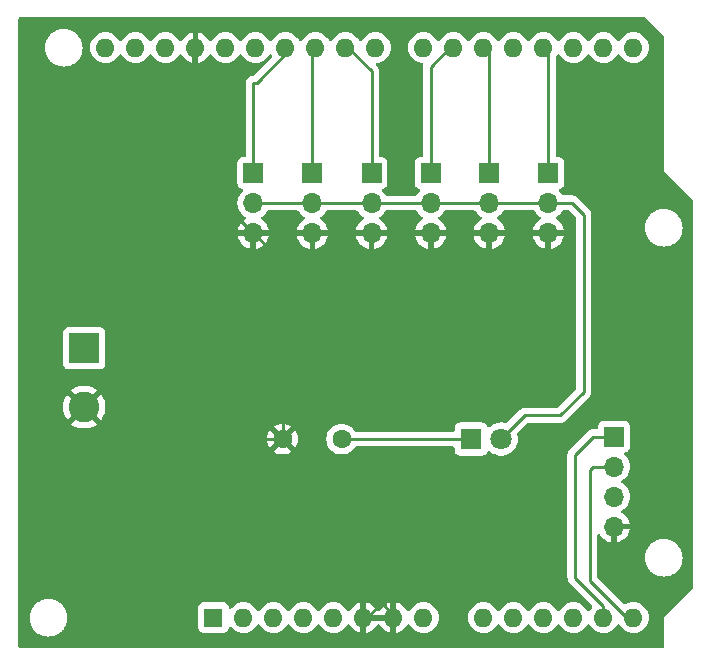
<source format=gbr>
%TF.GenerationSoftware,KiCad,Pcbnew,7.0.7*%
%TF.CreationDate,2023-12-25T18:53:56+09:00*%
%TF.ProjectId,arduino_robotarm_shield,61726475-696e-46f5-9f72-6f626f746172,rev?*%
%TF.SameCoordinates,Original*%
%TF.FileFunction,Copper,L1,Top*%
%TF.FilePolarity,Positive*%
%FSLAX46Y46*%
G04 Gerber Fmt 4.6, Leading zero omitted, Abs format (unit mm)*
G04 Created by KiCad (PCBNEW 7.0.7) date 2023-12-25 18:53:56*
%MOMM*%
%LPD*%
G01*
G04 APERTURE LIST*
%TA.AperFunction,ComponentPad*%
%ADD10R,1.700000X1.700000*%
%TD*%
%TA.AperFunction,ComponentPad*%
%ADD11O,1.700000X1.700000*%
%TD*%
%TA.AperFunction,ComponentPad*%
%ADD12R,2.600000X2.600000*%
%TD*%
%TA.AperFunction,ComponentPad*%
%ADD13C,2.600000*%
%TD*%
%TA.AperFunction,ComponentPad*%
%ADD14R,1.800000X1.800000*%
%TD*%
%TA.AperFunction,ComponentPad*%
%ADD15C,1.800000*%
%TD*%
%TA.AperFunction,ComponentPad*%
%ADD16C,1.600000*%
%TD*%
%TA.AperFunction,ComponentPad*%
%ADD17R,1.600000X1.600000*%
%TD*%
%TA.AperFunction,ComponentPad*%
%ADD18O,1.600000X1.600000*%
%TD*%
%TA.AperFunction,Conductor*%
%ADD19C,0.250000*%
%TD*%
G04 APERTURE END LIST*
D10*
%TO.P,J8,1,Pin_1*%
%TO.N,/SDA*%
X177546000Y-65786000D03*
D11*
%TO.P,J8,2,Pin_2*%
%TO.N,/SCL*%
X177546000Y-68326000D03*
%TO.P,J8,3,Pin_3*%
%TO.N,-5V*%
X177546000Y-70866000D03*
%TO.P,J8,4,Pin_4*%
%TO.N,GND*%
X177546000Y-73406000D03*
%TD*%
D10*
%TO.P,J4,1,Pin_1*%
%TO.N,/S2*%
X162025000Y-43475000D03*
D11*
%TO.P,J4,2,Pin_2*%
%TO.N,-5V*%
X162025000Y-46015000D03*
%TO.P,J4,3,Pin_3*%
%TO.N,GND*%
X162025000Y-48555000D03*
%TD*%
D12*
%TO.P,J1,1,Pin_1*%
%TO.N,-5V*%
X132695000Y-58305000D03*
D13*
%TO.P,J1,2,Pin_2*%
%TO.N,GND*%
X132695000Y-63305000D03*
%TD*%
D14*
%TO.P,D1,1,K*%
%TO.N,Net-(D1-K)*%
X165460000Y-66000000D03*
D15*
%TO.P,D1,2,A*%
%TO.N,-5V*%
X168000000Y-66000000D03*
%TD*%
D10*
%TO.P,J7,1,Pin_1*%
%TO.N,/S5*%
X147025000Y-43475000D03*
D11*
%TO.P,J7,2,Pin_2*%
%TO.N,-5V*%
X147025000Y-46015000D03*
%TO.P,J7,3,Pin_3*%
%TO.N,GND*%
X147025000Y-48555000D03*
%TD*%
D16*
%TO.P,R1,1*%
%TO.N,Net-(D1-K)*%
X154500000Y-66000000D03*
%TO.P,R1,2*%
%TO.N,GND*%
X149500000Y-66000000D03*
%TD*%
D10*
%TO.P,J3,1,Pin_1*%
%TO.N,/S1*%
X167000000Y-43460000D03*
D11*
%TO.P,J3,2,Pin_2*%
%TO.N,-5V*%
X167000000Y-46000000D03*
%TO.P,J3,3,Pin_3*%
%TO.N,GND*%
X167000000Y-48540000D03*
%TD*%
D10*
%TO.P,J5,1,Pin_1*%
%TO.N,/S3*%
X157025000Y-43475000D03*
D11*
%TO.P,J5,2,Pin_2*%
%TO.N,-5V*%
X157025000Y-46015000D03*
%TO.P,J5,3,Pin_3*%
%TO.N,GND*%
X157025000Y-48555000D03*
%TD*%
D10*
%TO.P,J6,1,Pin_1*%
%TO.N,/S4*%
X152025000Y-43475000D03*
D11*
%TO.P,J6,2,Pin_2*%
%TO.N,-5V*%
X152025000Y-46015000D03*
%TO.P,J6,3,Pin_3*%
%TO.N,GND*%
X152025000Y-48555000D03*
%TD*%
D10*
%TO.P,J2,1,Pin_1*%
%TO.N,/S0*%
X172000000Y-43460000D03*
D11*
%TO.P,J2,2,Pin_2*%
%TO.N,-5V*%
X172000000Y-46000000D03*
%TO.P,J2,3,Pin_3*%
%TO.N,GND*%
X172000000Y-48540000D03*
%TD*%
D17*
%TO.P,A1,1,NC*%
%TO.N,unconnected-(A1-NC-Pad1)*%
X143640000Y-81120000D03*
D18*
%TO.P,A1,2,IOREF*%
%TO.N,unconnected-(A1-IOREF-Pad2)*%
X146180000Y-81120000D03*
%TO.P,A1,3,~{RESET}*%
%TO.N,unconnected-(A1-~{RESET}-Pad3)*%
X148720000Y-81120000D03*
%TO.P,A1,4,3V3*%
%TO.N,unconnected-(A1-3V3-Pad4)*%
X151260000Y-81120000D03*
%TO.P,A1,5,+5V*%
%TO.N,unconnected-(A1-+5V-Pad5)*%
X153800000Y-81120000D03*
%TO.P,A1,6,GND*%
%TO.N,GND*%
X156340000Y-81120000D03*
%TO.P,A1,7,GND*%
X158880000Y-81120000D03*
%TO.P,A1,8,VIN*%
%TO.N,unconnected-(A1-VIN-Pad8)*%
X161420000Y-81120000D03*
%TO.P,A1,9,A0*%
%TO.N,unconnected-(A1-A0-Pad9)*%
X166500000Y-81120000D03*
%TO.P,A1,10,A1*%
%TO.N,unconnected-(A1-A1-Pad10)*%
X169040000Y-81120000D03*
%TO.P,A1,11,A2*%
%TO.N,unconnected-(A1-A2-Pad11)*%
X171580000Y-81120000D03*
%TO.P,A1,12,A3*%
%TO.N,unconnected-(A1-A3-Pad12)*%
X174120000Y-81120000D03*
%TO.P,A1,13,SDA/A4*%
%TO.N,/SDA*%
X176660000Y-81120000D03*
%TO.P,A1,14,SCL/A5*%
%TO.N,/SCL*%
X179200000Y-81120000D03*
%TO.P,A1,15,D0/RX*%
%TO.N,unconnected-(A1-D0{slash}RX-Pad15)*%
X179200000Y-32860000D03*
%TO.P,A1,16,D1/TX*%
%TO.N,unconnected-(A1-D1{slash}TX-Pad16)*%
X176660000Y-32860000D03*
%TO.P,A1,17,D2*%
%TO.N,unconnected-(A1-D2-Pad17)*%
X174120000Y-32860000D03*
%TO.P,A1,18,D3*%
%TO.N,/S0*%
X171580000Y-32860000D03*
%TO.P,A1,19,D4*%
%TO.N,unconnected-(A1-D4-Pad19)*%
X169040000Y-32860000D03*
%TO.P,A1,20,D5*%
%TO.N,/S1*%
X166500000Y-32860000D03*
%TO.P,A1,21,D6*%
%TO.N,/S2*%
X163960000Y-32860000D03*
%TO.P,A1,22,D7*%
%TO.N,unconnected-(A1-D7-Pad22)*%
X161420000Y-32860000D03*
%TO.P,A1,23,D8*%
%TO.N,unconnected-(A1-D8-Pad23)*%
X157360000Y-32860000D03*
%TO.P,A1,24,D9*%
%TO.N,/S3*%
X154820000Y-32860000D03*
%TO.P,A1,25,D10*%
%TO.N,/S4*%
X152280000Y-32860000D03*
%TO.P,A1,26,D11*%
%TO.N,/S5*%
X149740000Y-32860000D03*
%TO.P,A1,27,D12*%
%TO.N,unconnected-(A1-D12-Pad27)*%
X147200000Y-32860000D03*
%TO.P,A1,28,D13*%
%TO.N,unconnected-(A1-D13-Pad28)*%
X144660000Y-32860000D03*
%TO.P,A1,29,GND*%
%TO.N,GND*%
X142120000Y-32860000D03*
%TO.P,A1,30,AREF*%
%TO.N,unconnected-(A1-AREF-Pad30)*%
X139580000Y-32860000D03*
%TO.P,A1,31,SDA/A4*%
%TO.N,unconnected-(A1-SDA{slash}A4-Pad31)*%
X137040000Y-32860000D03*
%TO.P,A1,32,SCL/A5*%
%TO.N,unconnected-(A1-SCL{slash}A5-Pad32)*%
X134500000Y-32860000D03*
%TD*%
D19*
%TO.N,/SCL*%
X179586469Y-81279138D02*
X179586469Y-81078549D01*
X179358047Y-81507560D02*
X179586469Y-81279138D01*
X179124104Y-81507560D02*
X179358047Y-81507560D01*
X178983863Y-81449470D02*
X179124104Y-81507560D01*
X175514000Y-77979607D02*
X178983863Y-81449470D01*
X175514000Y-68580000D02*
X175514000Y-77979607D01*
X175768000Y-68326000D02*
X175514000Y-68580000D01*
X177546000Y-68326000D02*
X175768000Y-68326000D01*
%TO.N,/SDA*%
X176660000Y-80140000D02*
X176660000Y-80744440D01*
X174244000Y-67310000D02*
X174244000Y-77724000D01*
X174244000Y-77724000D02*
X176660000Y-80140000D01*
X175768000Y-65786000D02*
X174244000Y-67310000D01*
X177546000Y-65786000D02*
X175768000Y-65786000D01*
X176767661Y-81120000D02*
X176660000Y-81120000D01*
X176782814Y-81104847D02*
X176767661Y-81120000D01*
%TO.N,GND*%
X147025000Y-48555000D02*
X141949863Y-43479863D01*
X156790803Y-80932530D02*
X156576137Y-80932530D01*
X149500000Y-51030000D02*
X147025000Y-48555000D01*
X158125560Y-79000000D02*
X158125560Y-80175896D01*
X156576137Y-80932530D02*
X156440846Y-80876490D01*
X149500000Y-66000000D02*
X158125560Y-74625560D01*
X149500000Y-66000000D02*
X149500000Y-51030000D01*
X162025000Y-48555000D02*
X166985000Y-48555000D01*
X158125560Y-80175896D02*
X158824104Y-80874440D01*
X167000000Y-48540000D02*
X172000000Y-48540000D01*
X158824104Y-80874440D02*
X158880000Y-80874440D01*
X158125560Y-79000000D02*
X158125560Y-79597773D01*
X158125560Y-79597773D02*
X156790803Y-80932530D01*
X135390000Y-66000000D02*
X132695000Y-63305000D01*
X141949863Y-43479863D02*
X141949863Y-33319470D01*
X147025000Y-48555000D02*
X152025000Y-48555000D01*
X157025000Y-48555000D02*
X162025000Y-48555000D01*
X166985000Y-48555000D02*
X167000000Y-48540000D01*
X158125560Y-74625560D02*
X158125560Y-79000000D01*
X152025000Y-48555000D02*
X157025000Y-48555000D01*
X149500000Y-66000000D02*
X135390000Y-66000000D01*
%TO.N,Net-(D1-K)*%
X165460000Y-66000000D02*
X154500000Y-66000000D01*
%TO.N,-5V*%
X173000000Y-64000000D02*
X170000000Y-64000000D01*
X175000000Y-47000000D02*
X175000000Y-62000000D01*
X157025000Y-46015000D02*
X162025000Y-46015000D01*
X167000000Y-46000000D02*
X172000000Y-46000000D01*
X170000000Y-64000000D02*
X168000000Y-66000000D01*
X162025000Y-46015000D02*
X166985000Y-46015000D01*
X147025000Y-46015000D02*
X152025000Y-46015000D01*
X172000000Y-46000000D02*
X174000000Y-46000000D01*
X175000000Y-62000000D02*
X173000000Y-64000000D01*
X166985000Y-46015000D02*
X167000000Y-46000000D01*
X152025000Y-46015000D02*
X157025000Y-46015000D01*
X174000000Y-46000000D02*
X175000000Y-47000000D01*
%TO.N,/S0*%
X172000000Y-32962080D02*
X171986469Y-32948549D01*
X172000000Y-43460000D02*
X172000000Y-32962080D01*
%TO.N,/S1*%
X167000000Y-33042080D02*
X166906469Y-32948549D01*
X167000000Y-43460000D02*
X167000000Y-33042080D01*
%TO.N,/S2*%
X162025000Y-34493544D02*
X163598440Y-32920104D01*
X162025000Y-43475000D02*
X162025000Y-34493544D01*
%TO.N,/S3*%
X157025000Y-34853617D02*
X155246306Y-33074923D01*
X157025000Y-43475000D02*
X157025000Y-34853617D01*
%TO.N,/S4*%
X151944440Y-43394440D02*
X151944440Y-32920104D01*
X152025000Y-43475000D02*
X151944440Y-43394440D01*
%TO.N,/S5*%
X150152469Y-33019138D02*
X150152469Y-32818549D01*
X147025000Y-43475000D02*
X147025000Y-35864333D01*
X147307274Y-35864333D02*
X150152469Y-33019138D01*
X147025000Y-35864333D02*
X147307274Y-35864333D01*
%TD*%
%TA.AperFunction,Conductor*%
%TO.N,GND*%
G36*
X158333692Y-80889685D02*
G01*
X158379447Y-80942489D01*
X158389391Y-81011647D01*
X158385631Y-81028933D01*
X158380000Y-81048111D01*
X158380000Y-81191888D01*
X158385631Y-81211067D01*
X158385630Y-81280936D01*
X158347855Y-81339714D01*
X158284299Y-81368738D01*
X158266653Y-81370000D01*
X156953347Y-81370000D01*
X156886308Y-81350315D01*
X156840553Y-81297511D01*
X156830609Y-81228353D01*
X156834369Y-81211067D01*
X156840000Y-81191888D01*
X156840000Y-81048111D01*
X156834369Y-81028933D01*
X156834370Y-80959064D01*
X156872145Y-80900286D01*
X156935701Y-80871262D01*
X156953347Y-80870000D01*
X158266653Y-80870000D01*
X158333692Y-80889685D01*
G37*
%TD.AperFunction*%
%TA.AperFunction,Conductor*%
G36*
X180220677Y-30307712D02*
G01*
X180241319Y-30324346D01*
X181733181Y-31816207D01*
X181766666Y-31877530D01*
X181769500Y-31903888D01*
X181769500Y-43275260D01*
X181769458Y-43279997D01*
X181769529Y-43280170D01*
X181769614Y-43280380D01*
X181771977Y-43282741D01*
X184214223Y-45784072D01*
X184246973Y-45845790D01*
X184249500Y-45870698D01*
X184249500Y-78535300D01*
X184229815Y-78602339D01*
X184214223Y-78621927D01*
X181772594Y-81122625D01*
X181769616Y-81125615D01*
X181769597Y-81125663D01*
X181769603Y-81125651D01*
X181769538Y-81125807D01*
X181769457Y-81126004D01*
X181769500Y-81129398D01*
X181769500Y-83541500D01*
X181749815Y-83608539D01*
X181697011Y-83654294D01*
X181645500Y-83665500D01*
X127254500Y-83665500D01*
X127187461Y-83645815D01*
X127141706Y-83593011D01*
X127130500Y-83541500D01*
X127130500Y-81126000D01*
X128077090Y-81126000D01*
X128077098Y-81126103D01*
X128084755Y-81223395D01*
X128084946Y-81228261D01*
X128084946Y-81241191D01*
X128083747Y-81245272D01*
X128084431Y-81253967D01*
X128086443Y-81260195D01*
X128088461Y-81272944D01*
X128089033Y-81277775D01*
X128094459Y-81346697D01*
X128096701Y-81375186D01*
X128096702Y-81375189D01*
X128096702Y-81375190D01*
X128119510Y-81470194D01*
X128120457Y-81474955D01*
X128122481Y-81487726D01*
X128121935Y-81491949D01*
X128123969Y-81500423D01*
X128126925Y-81506248D01*
X128130922Y-81518548D01*
X128132244Y-81523235D01*
X128155053Y-81618238D01*
X128155054Y-81618241D01*
X128192441Y-81708498D01*
X128194126Y-81713066D01*
X128198118Y-81725352D01*
X128198239Y-81729605D01*
X128201584Y-81737679D01*
X128205420Y-81742978D01*
X128211282Y-81754484D01*
X128213318Y-81758902D01*
X128250706Y-81849166D01*
X128301750Y-81932460D01*
X128304132Y-81936713D01*
X128310004Y-81948239D01*
X128310788Y-81952417D01*
X128315345Y-81959853D01*
X128319962Y-81964486D01*
X128322421Y-81967870D01*
X128327559Y-81974943D01*
X128330261Y-81978988D01*
X128381305Y-82062283D01*
X128381306Y-82062285D01*
X128444749Y-82136569D01*
X128447763Y-82140391D01*
X128455372Y-82150864D01*
X128456801Y-82154870D01*
X128462463Y-82161499D01*
X128467743Y-82165348D01*
X128476891Y-82174495D01*
X128480196Y-82178071D01*
X128480197Y-82178072D01*
X128543643Y-82252357D01*
X128573137Y-82277547D01*
X128617931Y-82315805D01*
X128621507Y-82319111D01*
X128630650Y-82328254D01*
X128632688Y-82331987D01*
X128639312Y-82337644D01*
X128645125Y-82340618D01*
X128655607Y-82348234D01*
X128659404Y-82351226D01*
X128733711Y-82414691D01*
X128817014Y-82465739D01*
X128821045Y-82468432D01*
X128831515Y-82476038D01*
X128834114Y-82479409D01*
X128841545Y-82483963D01*
X128847755Y-82485992D01*
X128859293Y-82491871D01*
X128863502Y-82494227D01*
X128946834Y-82545293D01*
X129037114Y-82582688D01*
X129041507Y-82584713D01*
X129053024Y-82590581D01*
X129056118Y-82593503D01*
X129064190Y-82596846D01*
X129070638Y-82597878D01*
X129082953Y-82601880D01*
X129087481Y-82603551D01*
X129164196Y-82635327D01*
X129177769Y-82640949D01*
X129216204Y-82650175D01*
X129272781Y-82663758D01*
X129277427Y-82665069D01*
X129289744Y-82669071D01*
X129293255Y-82671472D01*
X129301730Y-82673507D01*
X129308264Y-82673517D01*
X129321068Y-82675545D01*
X129325794Y-82676486D01*
X129420814Y-82699299D01*
X129518245Y-82706966D01*
X129523044Y-82707535D01*
X129535823Y-82709559D01*
X129539666Y-82711381D01*
X129548348Y-82712064D01*
X129554809Y-82711053D01*
X129567725Y-82711053D01*
X129572591Y-82711244D01*
X129582438Y-82712018D01*
X129670000Y-82718910D01*
X129757561Y-82712018D01*
X129767409Y-82711244D01*
X129772275Y-82711053D01*
X129785190Y-82711053D01*
X129789273Y-82712252D01*
X129797958Y-82711568D01*
X129804178Y-82709559D01*
X129816970Y-82707533D01*
X129821745Y-82706967D01*
X129919186Y-82699299D01*
X130014238Y-82676478D01*
X130018921Y-82675547D01*
X130031729Y-82673518D01*
X130035947Y-82674064D01*
X130044425Y-82672028D01*
X130050252Y-82669072D01*
X130062575Y-82665068D01*
X130067215Y-82663759D01*
X130162236Y-82640947D01*
X130252534Y-82603544D01*
X130257050Y-82601878D01*
X130269348Y-82597882D01*
X130273601Y-82597761D01*
X130281672Y-82594418D01*
X130286962Y-82590588D01*
X130298504Y-82584707D01*
X130302859Y-82582698D01*
X130393166Y-82545293D01*
X130476508Y-82494220D01*
X130480692Y-82491878D01*
X130492237Y-82485995D01*
X130496414Y-82485211D01*
X130503849Y-82480655D01*
X130508475Y-82476046D01*
X130509655Y-82475187D01*
X130518965Y-82468423D01*
X130522970Y-82465748D01*
X130606289Y-82414691D01*
X130680603Y-82351219D01*
X130684375Y-82348247D01*
X130694870Y-82340621D01*
X130698873Y-82339193D01*
X130705499Y-82333534D01*
X130709347Y-82328256D01*
X130718509Y-82319094D01*
X130722048Y-82315822D01*
X130796357Y-82252357D01*
X130859822Y-82178048D01*
X130863094Y-82174509D01*
X130872255Y-82165348D01*
X130875986Y-82163311D01*
X130881645Y-82156685D01*
X130884621Y-82150870D01*
X130892250Y-82140370D01*
X130895214Y-82136610D01*
X130958691Y-82062289D01*
X131009748Y-81978970D01*
X131012423Y-81974965D01*
X131017578Y-81967870D01*
X142339500Y-81967870D01*
X142339501Y-81967876D01*
X142345908Y-82027483D01*
X142396202Y-82162328D01*
X142396206Y-82162335D01*
X142482452Y-82277544D01*
X142482455Y-82277547D01*
X142597664Y-82363793D01*
X142597671Y-82363797D01*
X142732517Y-82414091D01*
X142732516Y-82414091D01*
X142738107Y-82414692D01*
X142792127Y-82420500D01*
X144487872Y-82420499D01*
X144547483Y-82414091D01*
X144682331Y-82363796D01*
X144797546Y-82277546D01*
X144883796Y-82162331D01*
X144934091Y-82027483D01*
X144937862Y-81992401D01*
X144964599Y-81927855D01*
X145021990Y-81888006D01*
X145091816Y-81885511D01*
X145151905Y-81921163D01*
X145162725Y-81934535D01*
X145176668Y-81954448D01*
X145179956Y-81959143D01*
X145340858Y-82120045D01*
X145384873Y-82150864D01*
X145527266Y-82250568D01*
X145733504Y-82346739D01*
X145733509Y-82346740D01*
X145733511Y-82346741D01*
X145786415Y-82360916D01*
X145953308Y-82405635D01*
X146115230Y-82419801D01*
X146179998Y-82425468D01*
X146180000Y-82425468D01*
X146180002Y-82425468D01*
X146236807Y-82420498D01*
X146406692Y-82405635D01*
X146626496Y-82346739D01*
X146832734Y-82250568D01*
X147019139Y-82120047D01*
X147180047Y-81959139D01*
X147310568Y-81772734D01*
X147337618Y-81714724D01*
X147383790Y-81662285D01*
X147450983Y-81643133D01*
X147517865Y-81663348D01*
X147562381Y-81714724D01*
X147575551Y-81742966D01*
X147589429Y-81772728D01*
X147589432Y-81772734D01*
X147719954Y-81959141D01*
X147880858Y-82120045D01*
X147924873Y-82150864D01*
X148067266Y-82250568D01*
X148273504Y-82346739D01*
X148273509Y-82346740D01*
X148273511Y-82346741D01*
X148326415Y-82360916D01*
X148493308Y-82405635D01*
X148655230Y-82419801D01*
X148719998Y-82425468D01*
X148720000Y-82425468D01*
X148720002Y-82425468D01*
X148776807Y-82420498D01*
X148946692Y-82405635D01*
X149166496Y-82346739D01*
X149372734Y-82250568D01*
X149559139Y-82120047D01*
X149720047Y-81959139D01*
X149850568Y-81772734D01*
X149877618Y-81714724D01*
X149923790Y-81662285D01*
X149990983Y-81643133D01*
X150057865Y-81663348D01*
X150102381Y-81714724D01*
X150115551Y-81742966D01*
X150129429Y-81772728D01*
X150129432Y-81772734D01*
X150259954Y-81959141D01*
X150420858Y-82120045D01*
X150464873Y-82150864D01*
X150607266Y-82250568D01*
X150813504Y-82346739D01*
X150813509Y-82346740D01*
X150813511Y-82346741D01*
X150866415Y-82360916D01*
X151033308Y-82405635D01*
X151195230Y-82419801D01*
X151259998Y-82425468D01*
X151260000Y-82425468D01*
X151260002Y-82425468D01*
X151316807Y-82420498D01*
X151486692Y-82405635D01*
X151706496Y-82346739D01*
X151912734Y-82250568D01*
X152099139Y-82120047D01*
X152260047Y-81959139D01*
X152390568Y-81772734D01*
X152417618Y-81714724D01*
X152463790Y-81662285D01*
X152530983Y-81643133D01*
X152597865Y-81663348D01*
X152642381Y-81714724D01*
X152655551Y-81742966D01*
X152669429Y-81772728D01*
X152669432Y-81772734D01*
X152799954Y-81959141D01*
X152960858Y-82120045D01*
X153004873Y-82150864D01*
X153147266Y-82250568D01*
X153353504Y-82346739D01*
X153353509Y-82346740D01*
X153353511Y-82346741D01*
X153406415Y-82360916D01*
X153573308Y-82405635D01*
X153735230Y-82419801D01*
X153799998Y-82425468D01*
X153800000Y-82425468D01*
X153800002Y-82425468D01*
X153856807Y-82420498D01*
X154026692Y-82405635D01*
X154246496Y-82346739D01*
X154452734Y-82250568D01*
X154639139Y-82120047D01*
X154800047Y-81959139D01*
X154930568Y-81772734D01*
X154957895Y-81714129D01*
X155004064Y-81661695D01*
X155071257Y-81642542D01*
X155138139Y-81662757D01*
X155182657Y-81714133D01*
X155209865Y-81772482D01*
X155340342Y-81958820D01*
X155501179Y-82119657D01*
X155687517Y-82250134D01*
X155893673Y-82346265D01*
X155893682Y-82346269D01*
X156089999Y-82398872D01*
X156090000Y-82398871D01*
X156090000Y-81732301D01*
X156109685Y-81665262D01*
X156162489Y-81619507D01*
X156231647Y-81609563D01*
X156304237Y-81620000D01*
X156304238Y-81620000D01*
X156375762Y-81620000D01*
X156375763Y-81620000D01*
X156448353Y-81609563D01*
X156517512Y-81619507D01*
X156570315Y-81665262D01*
X156590000Y-81732301D01*
X156590000Y-82398872D01*
X156786317Y-82346269D01*
X156786326Y-82346265D01*
X156992482Y-82250134D01*
X157178820Y-82119657D01*
X157339657Y-81958820D01*
X157470134Y-81772481D01*
X157470135Y-81772479D01*
X157497618Y-81713543D01*
X157543790Y-81661103D01*
X157610983Y-81641951D01*
X157677864Y-81662166D01*
X157722382Y-81713543D01*
X157749864Y-81772479D01*
X157749865Y-81772481D01*
X157880342Y-81958820D01*
X158041179Y-82119657D01*
X158227517Y-82250134D01*
X158433673Y-82346265D01*
X158433682Y-82346269D01*
X158629999Y-82398872D01*
X158630000Y-82398871D01*
X158630000Y-81732301D01*
X158649685Y-81665262D01*
X158702489Y-81619507D01*
X158771647Y-81609563D01*
X158844237Y-81620000D01*
X158844238Y-81620000D01*
X158915762Y-81620000D01*
X158915763Y-81620000D01*
X158988353Y-81609563D01*
X159057512Y-81619507D01*
X159110315Y-81665262D01*
X159130000Y-81732301D01*
X159130000Y-82398872D01*
X159326317Y-82346269D01*
X159326326Y-82346265D01*
X159532482Y-82250134D01*
X159718820Y-82119657D01*
X159879657Y-81958820D01*
X160010132Y-81772484D01*
X160037341Y-81714134D01*
X160083513Y-81661695D01*
X160150707Y-81642542D01*
X160217588Y-81662757D01*
X160262105Y-81714132D01*
X160280922Y-81754484D01*
X160289431Y-81772732D01*
X160289432Y-81772734D01*
X160419954Y-81959141D01*
X160580858Y-82120045D01*
X160624873Y-82150864D01*
X160767266Y-82250568D01*
X160973504Y-82346739D01*
X160973509Y-82346740D01*
X160973511Y-82346741D01*
X161026415Y-82360916D01*
X161193308Y-82405635D01*
X161355230Y-82419801D01*
X161419998Y-82425468D01*
X161420000Y-82425468D01*
X161420002Y-82425468D01*
X161476807Y-82420498D01*
X161646692Y-82405635D01*
X161866496Y-82346739D01*
X162072734Y-82250568D01*
X162259139Y-82120047D01*
X162420047Y-81959139D01*
X162550568Y-81772734D01*
X162646739Y-81566496D01*
X162705635Y-81346692D01*
X162725468Y-81120001D01*
X165194532Y-81120001D01*
X165214364Y-81346686D01*
X165214366Y-81346697D01*
X165273258Y-81566488D01*
X165273261Y-81566497D01*
X165369431Y-81772732D01*
X165369432Y-81772734D01*
X165499954Y-81959141D01*
X165660858Y-82120045D01*
X165704873Y-82150864D01*
X165847266Y-82250568D01*
X166053504Y-82346739D01*
X166053509Y-82346740D01*
X166053511Y-82346741D01*
X166106415Y-82360916D01*
X166273308Y-82405635D01*
X166435230Y-82419801D01*
X166499998Y-82425468D01*
X166500000Y-82425468D01*
X166500002Y-82425468D01*
X166556807Y-82420498D01*
X166726692Y-82405635D01*
X166946496Y-82346739D01*
X167152734Y-82250568D01*
X167339139Y-82120047D01*
X167500047Y-81959139D01*
X167630568Y-81772734D01*
X167657618Y-81714724D01*
X167703790Y-81662285D01*
X167770983Y-81643133D01*
X167837865Y-81663348D01*
X167882381Y-81714724D01*
X167895551Y-81742966D01*
X167909429Y-81772728D01*
X167909432Y-81772734D01*
X168039954Y-81959141D01*
X168200858Y-82120045D01*
X168244873Y-82150864D01*
X168387266Y-82250568D01*
X168593504Y-82346739D01*
X168593509Y-82346740D01*
X168593511Y-82346741D01*
X168646415Y-82360916D01*
X168813308Y-82405635D01*
X168975230Y-82419801D01*
X169039998Y-82425468D01*
X169040000Y-82425468D01*
X169040002Y-82425468D01*
X169096807Y-82420498D01*
X169266692Y-82405635D01*
X169486496Y-82346739D01*
X169692734Y-82250568D01*
X169879139Y-82120047D01*
X170040047Y-81959139D01*
X170170568Y-81772734D01*
X170197618Y-81714724D01*
X170243790Y-81662285D01*
X170310983Y-81643133D01*
X170377865Y-81663348D01*
X170422381Y-81714724D01*
X170435551Y-81742966D01*
X170449429Y-81772728D01*
X170449432Y-81772734D01*
X170579954Y-81959141D01*
X170740858Y-82120045D01*
X170784873Y-82150864D01*
X170927266Y-82250568D01*
X171133504Y-82346739D01*
X171133509Y-82346740D01*
X171133511Y-82346741D01*
X171186415Y-82360916D01*
X171353308Y-82405635D01*
X171515230Y-82419801D01*
X171579998Y-82425468D01*
X171580000Y-82425468D01*
X171580002Y-82425468D01*
X171636807Y-82420498D01*
X171806692Y-82405635D01*
X172026496Y-82346739D01*
X172232734Y-82250568D01*
X172419139Y-82120047D01*
X172580047Y-81959139D01*
X172710568Y-81772734D01*
X172737618Y-81714724D01*
X172783790Y-81662285D01*
X172850983Y-81643133D01*
X172917865Y-81663348D01*
X172962381Y-81714724D01*
X172975551Y-81742966D01*
X172989429Y-81772728D01*
X172989432Y-81772734D01*
X173119954Y-81959141D01*
X173280858Y-82120045D01*
X173324873Y-82150864D01*
X173467266Y-82250568D01*
X173673504Y-82346739D01*
X173673509Y-82346740D01*
X173673511Y-82346741D01*
X173726415Y-82360916D01*
X173893308Y-82405635D01*
X174055230Y-82419801D01*
X174119998Y-82425468D01*
X174120000Y-82425468D01*
X174120002Y-82425468D01*
X174176807Y-82420498D01*
X174346692Y-82405635D01*
X174566496Y-82346739D01*
X174772734Y-82250568D01*
X174959139Y-82120047D01*
X175120047Y-81959139D01*
X175250568Y-81772734D01*
X175277618Y-81714724D01*
X175323790Y-81662285D01*
X175390983Y-81643133D01*
X175457865Y-81663348D01*
X175502381Y-81714724D01*
X175515551Y-81742966D01*
X175529429Y-81772728D01*
X175529432Y-81772734D01*
X175659954Y-81959141D01*
X175820858Y-82120045D01*
X175864873Y-82150864D01*
X176007266Y-82250568D01*
X176213504Y-82346739D01*
X176213509Y-82346740D01*
X176213511Y-82346741D01*
X176266415Y-82360916D01*
X176433308Y-82405635D01*
X176595230Y-82419801D01*
X176659998Y-82425468D01*
X176660000Y-82425468D01*
X176660002Y-82425468D01*
X176716807Y-82420498D01*
X176886692Y-82405635D01*
X177106496Y-82346739D01*
X177312734Y-82250568D01*
X177499139Y-82120047D01*
X177660047Y-81959139D01*
X177790568Y-81772734D01*
X177817618Y-81714724D01*
X177863790Y-81662285D01*
X177930983Y-81643133D01*
X177997865Y-81663348D01*
X178042381Y-81714724D01*
X178055551Y-81742966D01*
X178069429Y-81772728D01*
X178069432Y-81772734D01*
X178199954Y-81959141D01*
X178360858Y-82120045D01*
X178404873Y-82150864D01*
X178547266Y-82250568D01*
X178753504Y-82346739D01*
X178753509Y-82346740D01*
X178753511Y-82346741D01*
X178806415Y-82360916D01*
X178973308Y-82405635D01*
X179135230Y-82419801D01*
X179199998Y-82425468D01*
X179200000Y-82425468D01*
X179200002Y-82425468D01*
X179256807Y-82420498D01*
X179426692Y-82405635D01*
X179646496Y-82346739D01*
X179852734Y-82250568D01*
X180039139Y-82120047D01*
X180200047Y-81959139D01*
X180330568Y-81772734D01*
X180426739Y-81566496D01*
X180485635Y-81346692D01*
X180505468Y-81120000D01*
X180485635Y-80893308D01*
X180426739Y-80673504D01*
X180330568Y-80467266D01*
X180200047Y-80280861D01*
X180200045Y-80280858D01*
X180039141Y-80119954D01*
X179852734Y-79989432D01*
X179852732Y-79989431D01*
X179646497Y-79893261D01*
X179646488Y-79893258D01*
X179426697Y-79834366D01*
X179426693Y-79834365D01*
X179426692Y-79834365D01*
X179426691Y-79834364D01*
X179426686Y-79834364D01*
X179200002Y-79814532D01*
X179199998Y-79814532D01*
X178973313Y-79834364D01*
X178973302Y-79834366D01*
X178753511Y-79893258D01*
X178753502Y-79893261D01*
X178547267Y-79989431D01*
X178542580Y-79992138D01*
X178541419Y-79990127D01*
X178484540Y-80009267D01*
X178416784Y-79992210D01*
X178392026Y-79973042D01*
X176175819Y-77756835D01*
X176142334Y-77695512D01*
X176139500Y-77669154D01*
X176139500Y-76045999D01*
X180177090Y-76045999D01*
X180184756Y-76143408D01*
X180184947Y-76148274D01*
X180184947Y-76161191D01*
X180183747Y-76165274D01*
X180184432Y-76173971D01*
X180186442Y-76180193D01*
X180188461Y-76192940D01*
X180189033Y-76197773D01*
X180194374Y-76265627D01*
X180196701Y-76295186D01*
X180196702Y-76295189D01*
X180196702Y-76295190D01*
X180219510Y-76390194D01*
X180220457Y-76394955D01*
X180222481Y-76407726D01*
X180221935Y-76411949D01*
X180223969Y-76420423D01*
X180226925Y-76426248D01*
X180230922Y-76438548D01*
X180232244Y-76443235D01*
X180255053Y-76538238D01*
X180255054Y-76538241D01*
X180292441Y-76628498D01*
X180294126Y-76633066D01*
X180298118Y-76645352D01*
X180298239Y-76649605D01*
X180301584Y-76657679D01*
X180305420Y-76662978D01*
X180311282Y-76674484D01*
X180313318Y-76678902D01*
X180350706Y-76769166D01*
X180401750Y-76852460D01*
X180404132Y-76856713D01*
X180410004Y-76868239D01*
X180410788Y-76872417D01*
X180415343Y-76879851D01*
X180419962Y-76884485D01*
X180427556Y-76894939D01*
X180430260Y-76898985D01*
X180481305Y-76982284D01*
X180481306Y-76982285D01*
X180544749Y-77056569D01*
X180547763Y-77060391D01*
X180555372Y-77070864D01*
X180556801Y-77074870D01*
X180562463Y-77081499D01*
X180567743Y-77085348D01*
X180576891Y-77094495D01*
X180580196Y-77098071D01*
X180580197Y-77098072D01*
X180643643Y-77172357D01*
X180717926Y-77235801D01*
X180717931Y-77235805D01*
X180721507Y-77239111D01*
X180730650Y-77248254D01*
X180732688Y-77251987D01*
X180739312Y-77257644D01*
X180745125Y-77260618D01*
X180755607Y-77268234D01*
X180759404Y-77271226D01*
X180833711Y-77334691D01*
X180917014Y-77385739D01*
X180921045Y-77388432D01*
X180931515Y-77396038D01*
X180934114Y-77399409D01*
X180941545Y-77403963D01*
X180947755Y-77405992D01*
X180959293Y-77411871D01*
X180963502Y-77414227D01*
X181046834Y-77465293D01*
X181137114Y-77502688D01*
X181141507Y-77504713D01*
X181153024Y-77510581D01*
X181156118Y-77513503D01*
X181164190Y-77516846D01*
X181170638Y-77517878D01*
X181182953Y-77521880D01*
X181187481Y-77523551D01*
X181264196Y-77555327D01*
X181277769Y-77560949D01*
X181316204Y-77570175D01*
X181372781Y-77583758D01*
X181377427Y-77585069D01*
X181389744Y-77589071D01*
X181393255Y-77591472D01*
X181401730Y-77593507D01*
X181408264Y-77593517D01*
X181421068Y-77595545D01*
X181425794Y-77596486D01*
X181520814Y-77619299D01*
X181618245Y-77626966D01*
X181623044Y-77627535D01*
X181635823Y-77629559D01*
X181639666Y-77631381D01*
X181648348Y-77632064D01*
X181654809Y-77631053D01*
X181667725Y-77631053D01*
X181672591Y-77631244D01*
X181682438Y-77632018D01*
X181770000Y-77638910D01*
X181857561Y-77632018D01*
X181867409Y-77631244D01*
X181872275Y-77631053D01*
X181885190Y-77631053D01*
X181889273Y-77632252D01*
X181897958Y-77631568D01*
X181904178Y-77629559D01*
X181916970Y-77627533D01*
X181921745Y-77626967D01*
X182019186Y-77619299D01*
X182114238Y-77596478D01*
X182118921Y-77595547D01*
X182131729Y-77593518D01*
X182135947Y-77594064D01*
X182144425Y-77592028D01*
X182150252Y-77589072D01*
X182162575Y-77585068D01*
X182167215Y-77583759D01*
X182262236Y-77560947D01*
X182352534Y-77523544D01*
X182357050Y-77521878D01*
X182369348Y-77517882D01*
X182373601Y-77517761D01*
X182381672Y-77514418D01*
X182386962Y-77510588D01*
X182398504Y-77504707D01*
X182402859Y-77502698D01*
X182493166Y-77465293D01*
X182576508Y-77414220D01*
X182580692Y-77411878D01*
X182592237Y-77405995D01*
X182596414Y-77405211D01*
X182603849Y-77400655D01*
X182608475Y-77396046D01*
X182609655Y-77395187D01*
X182618965Y-77388423D01*
X182622970Y-77385748D01*
X182706289Y-77334691D01*
X182780603Y-77271219D01*
X182784375Y-77268247D01*
X182794870Y-77260621D01*
X182798873Y-77259193D01*
X182805499Y-77253534D01*
X182809347Y-77248256D01*
X182818509Y-77239094D01*
X182822048Y-77235822D01*
X182896357Y-77172357D01*
X182959822Y-77098048D01*
X182963094Y-77094509D01*
X182972255Y-77085348D01*
X182975986Y-77083311D01*
X182981649Y-77076681D01*
X182984627Y-77070861D01*
X182992244Y-77060378D01*
X182995208Y-77056616D01*
X183058691Y-76982289D01*
X183109748Y-76898970D01*
X183112423Y-76894965D01*
X183119187Y-76885655D01*
X183120046Y-76884475D01*
X183123410Y-76881881D01*
X183127965Y-76874448D01*
X183129994Y-76868239D01*
X183135878Y-76856692D01*
X183138220Y-76852508D01*
X183189293Y-76769166D01*
X183226698Y-76678859D01*
X183228707Y-76674504D01*
X183234586Y-76662966D01*
X183237505Y-76659875D01*
X183240846Y-76651810D01*
X183241880Y-76645356D01*
X183245883Y-76633035D01*
X183247539Y-76628546D01*
X183284947Y-76538236D01*
X183307759Y-76443215D01*
X183309068Y-76438575D01*
X183313071Y-76426253D01*
X183315472Y-76422743D01*
X183317505Y-76414272D01*
X183317517Y-76407735D01*
X183319549Y-76394911D01*
X183320477Y-76390243D01*
X183343299Y-76295186D01*
X183350967Y-76197745D01*
X183351533Y-76192967D01*
X183355053Y-76170746D01*
X183355053Y-76170738D01*
X183356084Y-76164230D01*
X183355287Y-76158788D01*
X183355668Y-76139368D01*
X183355844Y-76135777D01*
X183362910Y-76046000D01*
X183355844Y-75956226D01*
X183355668Y-75952628D01*
X183355287Y-75933210D01*
X183356336Y-75929360D01*
X183355053Y-75921259D01*
X183355053Y-75921254D01*
X183351534Y-75899041D01*
X183350967Y-75894248D01*
X183343299Y-75796814D01*
X183320485Y-75701789D01*
X183319545Y-75697064D01*
X183317520Y-75684281D01*
X183318066Y-75680058D01*
X183316030Y-75671578D01*
X183313071Y-75665744D01*
X183309069Y-75653427D01*
X183307754Y-75648762D01*
X183294175Y-75592204D01*
X183284949Y-75553769D01*
X183284942Y-75553752D01*
X183247550Y-75463481D01*
X183245882Y-75458962D01*
X183241877Y-75446635D01*
X183241756Y-75442387D01*
X183238417Y-75434326D01*
X183234582Y-75429026D01*
X183228713Y-75417507D01*
X183226681Y-75413098D01*
X183189293Y-75322834D01*
X183138228Y-75239504D01*
X183135874Y-75235299D01*
X183129992Y-75223756D01*
X183129208Y-75219577D01*
X183124660Y-75212155D01*
X183120038Y-75207515D01*
X183112432Y-75197045D01*
X183109739Y-75193014D01*
X183058691Y-75109711D01*
X182995242Y-75035422D01*
X182992238Y-75031613D01*
X182984619Y-75021126D01*
X182983190Y-75017122D01*
X182977537Y-75010503D01*
X182972254Y-75006650D01*
X182963111Y-74997507D01*
X182959805Y-74993931D01*
X182959801Y-74993926D01*
X182896357Y-74919643D01*
X182822072Y-74856197D01*
X182822071Y-74856196D01*
X182818495Y-74852891D01*
X182809348Y-74843743D01*
X182807309Y-74840009D01*
X182800686Y-74834352D01*
X182794864Y-74831372D01*
X182784391Y-74823763D01*
X182780569Y-74820749D01*
X182723846Y-74772304D01*
X182706289Y-74757309D01*
X182706287Y-74757307D01*
X182706285Y-74757306D01*
X182706283Y-74757305D01*
X182622988Y-74706261D01*
X182618943Y-74703559D01*
X182613211Y-74699395D01*
X182608487Y-74695963D01*
X182605886Y-74692591D01*
X182598453Y-74688036D01*
X182592239Y-74686004D01*
X182580713Y-74680132D01*
X182576466Y-74677753D01*
X182554927Y-74664554D01*
X182493166Y-74626706D01*
X182402902Y-74589318D01*
X182398484Y-74587282D01*
X182392533Y-74584250D01*
X182386977Y-74581419D01*
X182383881Y-74578496D01*
X182375809Y-74575152D01*
X182369352Y-74574118D01*
X182357066Y-74570126D01*
X182352506Y-74568444D01*
X182328517Y-74558507D01*
X182262241Y-74531054D01*
X182262238Y-74531053D01*
X182167235Y-74508244D01*
X182162548Y-74506922D01*
X182150248Y-74502925D01*
X182146738Y-74500525D01*
X182138277Y-74498494D01*
X182131737Y-74498482D01*
X182130205Y-74498239D01*
X182118960Y-74496458D01*
X182114193Y-74495510D01*
X182019190Y-74472702D01*
X182019186Y-74472701D01*
X181989627Y-74470374D01*
X181921773Y-74465033D01*
X181916940Y-74464461D01*
X181904193Y-74462442D01*
X181900348Y-74460619D01*
X181891652Y-74459935D01*
X181885192Y-74460947D01*
X181872275Y-74460947D01*
X181867409Y-74460756D01*
X181770000Y-74453090D01*
X181672591Y-74460756D01*
X181667725Y-74460947D01*
X181654806Y-74460947D01*
X181650722Y-74459747D01*
X181642040Y-74460431D01*
X181635819Y-74462440D01*
X181630407Y-74463297D01*
X181623056Y-74464461D01*
X181618226Y-74465033D01*
X181520811Y-74472701D01*
X181520809Y-74472702D01*
X181425804Y-74495511D01*
X181421029Y-74496460D01*
X181408271Y-74498481D01*
X181404050Y-74497935D01*
X181395578Y-74499968D01*
X181389753Y-74502924D01*
X181377451Y-74506922D01*
X181372762Y-74508245D01*
X181277766Y-74531052D01*
X181277752Y-74531057D01*
X181187504Y-74568439D01*
X181182934Y-74570125D01*
X181170638Y-74574119D01*
X181166390Y-74574240D01*
X181158326Y-74577580D01*
X181153026Y-74581417D01*
X181141518Y-74587280D01*
X181137098Y-74589317D01*
X181046841Y-74626703D01*
X181046839Y-74626704D01*
X180963529Y-74677755D01*
X180959281Y-74680134D01*
X180947763Y-74686002D01*
X180943583Y-74686786D01*
X180936149Y-74691342D01*
X180931515Y-74695960D01*
X180921060Y-74703555D01*
X180917014Y-74706258D01*
X180847224Y-74749028D01*
X180833711Y-74757309D01*
X180833708Y-74757310D01*
X180833707Y-74757312D01*
X180833702Y-74757315D01*
X180759429Y-74820750D01*
X180755605Y-74823765D01*
X180745130Y-74831376D01*
X180741123Y-74832805D01*
X180734501Y-74838461D01*
X180730651Y-74843742D01*
X180721502Y-74852892D01*
X180717926Y-74856197D01*
X180643642Y-74919642D01*
X180580197Y-74993926D01*
X180576892Y-74997502D01*
X180567742Y-75006651D01*
X180564009Y-75008689D01*
X180558354Y-75015309D01*
X180555376Y-75021130D01*
X180547765Y-75031605D01*
X180544750Y-75035429D01*
X180481315Y-75109702D01*
X180481312Y-75109707D01*
X180481309Y-75109711D01*
X180473028Y-75123224D01*
X180430258Y-75193014D01*
X180427555Y-75197060D01*
X180419960Y-75207515D01*
X180416589Y-75210114D01*
X180412034Y-75217548D01*
X180410004Y-75223759D01*
X180404136Y-75235278D01*
X180401755Y-75239529D01*
X180350709Y-75322829D01*
X180350703Y-75322841D01*
X180313317Y-75413098D01*
X180311280Y-75417518D01*
X180305417Y-75429026D01*
X180302494Y-75432120D01*
X180299152Y-75440188D01*
X180298119Y-75446638D01*
X180294125Y-75458934D01*
X180292439Y-75463504D01*
X180255057Y-75553752D01*
X180255052Y-75553766D01*
X180232245Y-75648762D01*
X180230922Y-75653451D01*
X180226924Y-75665753D01*
X180224525Y-75669260D01*
X180222492Y-75677730D01*
X180222481Y-75684271D01*
X180220461Y-75697026D01*
X180219511Y-75701804D01*
X180196702Y-75796809D01*
X180196701Y-75796812D01*
X180189032Y-75894232D01*
X180188460Y-75899069D01*
X180186441Y-75911814D01*
X180184619Y-75915656D01*
X180183935Y-75924345D01*
X180184947Y-75930806D01*
X180184947Y-75943725D01*
X180184756Y-75948591D01*
X180177090Y-76045999D01*
X176139500Y-76045999D01*
X176139500Y-74142958D01*
X176159185Y-74075919D01*
X176211989Y-74030164D01*
X176281147Y-74020220D01*
X176344703Y-74049245D01*
X176370890Y-74080963D01*
X176372398Y-74083576D01*
X176507894Y-74277082D01*
X176674917Y-74444105D01*
X176868421Y-74579600D01*
X177082507Y-74679429D01*
X177082516Y-74679433D01*
X177296000Y-74736634D01*
X177296000Y-74018301D01*
X177315685Y-73951262D01*
X177368489Y-73905507D01*
X177437647Y-73895563D01*
X177510237Y-73906000D01*
X177510238Y-73906000D01*
X177581762Y-73906000D01*
X177581763Y-73906000D01*
X177654353Y-73895563D01*
X177723512Y-73905507D01*
X177776315Y-73951262D01*
X177796000Y-74018301D01*
X177796000Y-74736633D01*
X178009483Y-74679433D01*
X178009492Y-74679429D01*
X178223578Y-74579600D01*
X178417082Y-74444105D01*
X178584105Y-74277082D01*
X178719600Y-74083578D01*
X178819429Y-73869492D01*
X178819432Y-73869486D01*
X178876636Y-73656000D01*
X178159347Y-73656000D01*
X178092308Y-73636315D01*
X178046553Y-73583511D01*
X178036609Y-73514353D01*
X178040369Y-73497067D01*
X178046000Y-73477888D01*
X178046000Y-73334111D01*
X178040369Y-73314933D01*
X178040370Y-73245064D01*
X178078145Y-73186286D01*
X178141701Y-73157262D01*
X178159347Y-73156000D01*
X178876636Y-73156000D01*
X178876635Y-73155999D01*
X178819432Y-72942513D01*
X178819429Y-72942507D01*
X178719600Y-72728422D01*
X178719599Y-72728420D01*
X178584113Y-72534926D01*
X178584108Y-72534920D01*
X178417078Y-72367890D01*
X178231405Y-72237879D01*
X178187780Y-72183302D01*
X178180588Y-72113804D01*
X178212110Y-72051449D01*
X178231406Y-72034730D01*
X178417401Y-71904495D01*
X178584495Y-71737401D01*
X178720035Y-71543830D01*
X178819903Y-71329663D01*
X178881063Y-71101408D01*
X178901659Y-70866000D01*
X178881063Y-70630592D01*
X178819903Y-70402337D01*
X178720035Y-70188171D01*
X178706323Y-70168587D01*
X178584494Y-69994597D01*
X178417402Y-69827506D01*
X178417396Y-69827501D01*
X178231842Y-69697575D01*
X178188217Y-69642998D01*
X178181023Y-69573500D01*
X178212546Y-69511145D01*
X178231842Y-69494425D01*
X178254026Y-69478891D01*
X178417401Y-69364495D01*
X178584495Y-69197401D01*
X178720035Y-69003830D01*
X178819903Y-68789663D01*
X178881063Y-68561408D01*
X178901659Y-68326000D01*
X178881063Y-68090592D01*
X178819903Y-67862337D01*
X178720035Y-67648171D01*
X178719651Y-67647623D01*
X178584496Y-67454600D01*
X178523987Y-67394091D01*
X178462567Y-67332671D01*
X178429084Y-67271351D01*
X178434068Y-67201659D01*
X178475939Y-67145725D01*
X178506915Y-67128810D01*
X178638331Y-67079796D01*
X178753546Y-66993546D01*
X178839796Y-66878331D01*
X178890091Y-66743483D01*
X178896500Y-66683873D01*
X178896499Y-64888128D01*
X178890091Y-64828517D01*
X178888231Y-64823531D01*
X178839797Y-64693671D01*
X178839793Y-64693664D01*
X178753547Y-64578455D01*
X178753544Y-64578452D01*
X178638335Y-64492206D01*
X178638328Y-64492202D01*
X178503482Y-64441908D01*
X178503483Y-64441908D01*
X178443883Y-64435501D01*
X178443881Y-64435500D01*
X178443873Y-64435500D01*
X178443864Y-64435500D01*
X176648129Y-64435500D01*
X176648123Y-64435501D01*
X176588516Y-64441908D01*
X176453671Y-64492202D01*
X176453664Y-64492206D01*
X176338455Y-64578452D01*
X176338452Y-64578455D01*
X176252206Y-64693664D01*
X176252202Y-64693671D01*
X176201908Y-64828517D01*
X176197640Y-64868220D01*
X176195501Y-64888123D01*
X176195500Y-64888135D01*
X176195500Y-65036500D01*
X176175815Y-65103539D01*
X176123011Y-65149294D01*
X176071500Y-65160500D01*
X175850737Y-65160500D01*
X175835120Y-65158776D01*
X175835093Y-65159062D01*
X175827331Y-65158327D01*
X175758203Y-65160500D01*
X175728650Y-65160500D01*
X175727929Y-65160590D01*
X175721757Y-65161369D01*
X175715945Y-65161826D01*
X175669372Y-65163290D01*
X175669369Y-65163291D01*
X175650126Y-65168881D01*
X175631083Y-65172825D01*
X175611204Y-65175336D01*
X175611203Y-65175337D01*
X175567878Y-65192490D01*
X175562352Y-65194382D01*
X175517608Y-65207383D01*
X175517604Y-65207385D01*
X175500365Y-65217580D01*
X175482898Y-65226137D01*
X175464269Y-65233512D01*
X175464267Y-65233513D01*
X175426564Y-65260906D01*
X175421682Y-65264112D01*
X175381580Y-65287828D01*
X175367408Y-65302000D01*
X175352623Y-65314628D01*
X175336412Y-65326407D01*
X175306709Y-65362310D01*
X175302777Y-65366631D01*
X173860208Y-66809199D01*
X173847951Y-66819020D01*
X173848134Y-66819241D01*
X173842123Y-66824213D01*
X173794772Y-66874636D01*
X173773889Y-66895519D01*
X173773877Y-66895532D01*
X173769621Y-66901017D01*
X173765837Y-66905447D01*
X173733937Y-66939418D01*
X173733936Y-66939420D01*
X173724284Y-66956976D01*
X173713610Y-66973226D01*
X173701329Y-66989061D01*
X173701324Y-66989068D01*
X173682815Y-67031838D01*
X173680245Y-67037084D01*
X173657803Y-67077906D01*
X173652822Y-67097307D01*
X173646521Y-67115710D01*
X173638562Y-67134102D01*
X173638561Y-67134105D01*
X173631271Y-67180127D01*
X173630087Y-67185846D01*
X173618501Y-67230972D01*
X173618499Y-67230984D01*
X173618499Y-67251020D01*
X173616973Y-67270411D01*
X173613840Y-67290194D01*
X173613840Y-67290195D01*
X173618225Y-67336583D01*
X173618500Y-67342421D01*
X173618500Y-77641255D01*
X173616775Y-77656872D01*
X173617061Y-77656899D01*
X173616326Y-77664665D01*
X173618500Y-77733814D01*
X173618500Y-77763343D01*
X173618501Y-77763360D01*
X173619368Y-77770231D01*
X173619826Y-77776050D01*
X173621290Y-77822624D01*
X173621291Y-77822627D01*
X173626880Y-77841867D01*
X173630824Y-77860911D01*
X173633336Y-77880791D01*
X173650490Y-77924119D01*
X173652382Y-77929647D01*
X173665381Y-77974388D01*
X173675580Y-77991634D01*
X173684138Y-78009103D01*
X173691514Y-78027732D01*
X173718898Y-78065423D01*
X173722106Y-78070307D01*
X173745827Y-78110416D01*
X173745833Y-78110424D01*
X173759990Y-78124580D01*
X173772628Y-78139376D01*
X173784405Y-78155586D01*
X173784406Y-78155587D01*
X173820309Y-78185288D01*
X173824620Y-78189210D01*
X175246461Y-79611052D01*
X175700429Y-80065020D01*
X175733914Y-80126343D01*
X175728930Y-80196035D01*
X175700431Y-80240380D01*
X175659954Y-80280858D01*
X175529432Y-80467265D01*
X175529430Y-80467268D01*
X175502380Y-80525277D01*
X175456207Y-80577715D01*
X175389013Y-80596866D01*
X175322132Y-80576649D01*
X175277619Y-80525277D01*
X175250568Y-80467266D01*
X175172856Y-80356280D01*
X175120045Y-80280858D01*
X174959141Y-80119954D01*
X174772734Y-79989432D01*
X174772732Y-79989431D01*
X174566497Y-79893261D01*
X174566488Y-79893258D01*
X174346697Y-79834366D01*
X174346693Y-79834365D01*
X174346692Y-79834365D01*
X174346691Y-79834364D01*
X174346686Y-79834364D01*
X174120002Y-79814532D01*
X174119998Y-79814532D01*
X173893313Y-79834364D01*
X173893302Y-79834366D01*
X173673511Y-79893258D01*
X173673502Y-79893261D01*
X173467267Y-79989431D01*
X173467265Y-79989432D01*
X173280858Y-80119954D01*
X173119954Y-80280858D01*
X172989432Y-80467265D01*
X172989431Y-80467267D01*
X172977390Y-80493090D01*
X172963729Y-80522387D01*
X172962382Y-80525275D01*
X172916209Y-80577714D01*
X172849016Y-80596866D01*
X172782135Y-80576650D01*
X172737618Y-80525275D01*
X172737618Y-80525274D01*
X172710568Y-80467266D01*
X172580047Y-80280861D01*
X172580045Y-80280858D01*
X172419141Y-80119954D01*
X172232734Y-79989432D01*
X172232732Y-79989431D01*
X172026497Y-79893261D01*
X172026488Y-79893258D01*
X171806697Y-79834366D01*
X171806693Y-79834365D01*
X171806692Y-79834365D01*
X171806691Y-79834364D01*
X171806686Y-79834364D01*
X171580002Y-79814532D01*
X171579998Y-79814532D01*
X171353313Y-79834364D01*
X171353302Y-79834366D01*
X171133511Y-79893258D01*
X171133502Y-79893261D01*
X170927267Y-79989431D01*
X170927265Y-79989432D01*
X170740858Y-80119954D01*
X170579954Y-80280858D01*
X170449432Y-80467265D01*
X170449431Y-80467267D01*
X170437390Y-80493090D01*
X170423729Y-80522387D01*
X170422382Y-80525275D01*
X170376209Y-80577714D01*
X170309016Y-80596866D01*
X170242135Y-80576650D01*
X170197618Y-80525275D01*
X170197618Y-80525274D01*
X170170568Y-80467266D01*
X170040047Y-80280861D01*
X170040045Y-80280858D01*
X169879141Y-80119954D01*
X169692734Y-79989432D01*
X169692732Y-79989431D01*
X169486497Y-79893261D01*
X169486488Y-79893258D01*
X169266697Y-79834366D01*
X169266693Y-79834365D01*
X169266692Y-79834365D01*
X169266691Y-79834364D01*
X169266686Y-79834364D01*
X169040002Y-79814532D01*
X169039998Y-79814532D01*
X168813313Y-79834364D01*
X168813302Y-79834366D01*
X168593511Y-79893258D01*
X168593502Y-79893261D01*
X168387267Y-79989431D01*
X168387265Y-79989432D01*
X168200858Y-80119954D01*
X168039954Y-80280858D01*
X167909432Y-80467265D01*
X167909431Y-80467267D01*
X167897390Y-80493090D01*
X167883729Y-80522387D01*
X167882382Y-80525275D01*
X167836209Y-80577714D01*
X167769016Y-80596866D01*
X167702135Y-80576650D01*
X167657618Y-80525275D01*
X167657618Y-80525274D01*
X167630568Y-80467266D01*
X167500047Y-80280861D01*
X167500045Y-80280858D01*
X167339141Y-80119954D01*
X167152734Y-79989432D01*
X167152732Y-79989431D01*
X166946497Y-79893261D01*
X166946488Y-79893258D01*
X166726697Y-79834366D01*
X166726693Y-79834365D01*
X166726692Y-79834365D01*
X166726691Y-79834364D01*
X166726686Y-79834364D01*
X166500002Y-79814532D01*
X166499998Y-79814532D01*
X166273313Y-79834364D01*
X166273302Y-79834366D01*
X166053511Y-79893258D01*
X166053502Y-79893261D01*
X165847267Y-79989431D01*
X165847265Y-79989432D01*
X165660858Y-80119954D01*
X165499954Y-80280858D01*
X165369432Y-80467265D01*
X165369431Y-80467267D01*
X165273261Y-80673502D01*
X165273258Y-80673511D01*
X165214366Y-80893302D01*
X165214364Y-80893313D01*
X165194532Y-81119998D01*
X165194532Y-81120001D01*
X162725468Y-81120001D01*
X162725468Y-81120000D01*
X162705635Y-80893308D01*
X162646739Y-80673504D01*
X162550568Y-80467266D01*
X162420047Y-80280861D01*
X162420045Y-80280858D01*
X162259141Y-80119954D01*
X162072734Y-79989432D01*
X162072732Y-79989431D01*
X161866497Y-79893261D01*
X161866488Y-79893258D01*
X161646697Y-79834366D01*
X161646693Y-79834365D01*
X161646692Y-79834365D01*
X161646691Y-79834364D01*
X161646686Y-79834364D01*
X161420002Y-79814532D01*
X161419998Y-79814532D01*
X161193313Y-79834364D01*
X161193302Y-79834366D01*
X160973511Y-79893258D01*
X160973502Y-79893261D01*
X160767267Y-79989431D01*
X160767265Y-79989432D01*
X160580858Y-80119954D01*
X160419954Y-80280858D01*
X160289434Y-80467263D01*
X160289432Y-80467266D01*
X160262383Y-80525274D01*
X160262106Y-80525867D01*
X160215933Y-80578306D01*
X160148739Y-80597457D01*
X160081858Y-80577241D01*
X160037342Y-80525865D01*
X160010135Y-80467520D01*
X160010134Y-80467518D01*
X159879657Y-80281179D01*
X159718820Y-80120342D01*
X159532482Y-79989865D01*
X159326328Y-79893734D01*
X159130000Y-79841127D01*
X159130000Y-80507698D01*
X159110315Y-80574737D01*
X159057511Y-80620492D01*
X158988355Y-80630436D01*
X158915766Y-80620000D01*
X158915763Y-80620000D01*
X158844237Y-80620000D01*
X158844233Y-80620000D01*
X158771645Y-80630436D01*
X158702487Y-80620492D01*
X158649684Y-80574736D01*
X158630000Y-80507698D01*
X158630000Y-79841127D01*
X158433671Y-79893734D01*
X158227517Y-79989865D01*
X158041179Y-80120342D01*
X157880342Y-80281179D01*
X157749865Y-80467517D01*
X157722382Y-80526457D01*
X157676210Y-80578896D01*
X157609016Y-80598048D01*
X157542135Y-80577832D01*
X157497618Y-80526457D01*
X157470134Y-80467517D01*
X157339657Y-80281179D01*
X157178820Y-80120342D01*
X156992482Y-79989865D01*
X156786328Y-79893734D01*
X156590000Y-79841127D01*
X156590000Y-80507698D01*
X156570315Y-80574737D01*
X156517511Y-80620492D01*
X156448355Y-80630436D01*
X156375766Y-80620000D01*
X156375763Y-80620000D01*
X156304237Y-80620000D01*
X156304233Y-80620000D01*
X156231645Y-80630436D01*
X156162487Y-80620492D01*
X156109684Y-80574736D01*
X156090000Y-80507698D01*
X156090000Y-79841127D01*
X155893671Y-79893734D01*
X155687517Y-79989865D01*
X155501179Y-80120342D01*
X155340342Y-80281179D01*
X155209867Y-80467515D01*
X155182657Y-80525867D01*
X155136484Y-80578306D01*
X155069290Y-80597457D01*
X155002409Y-80577241D01*
X154957893Y-80525865D01*
X154957617Y-80525274D01*
X154930568Y-80467266D01*
X154800047Y-80280861D01*
X154800045Y-80280858D01*
X154639141Y-80119954D01*
X154452734Y-79989432D01*
X154452732Y-79989431D01*
X154246497Y-79893261D01*
X154246488Y-79893258D01*
X154026697Y-79834366D01*
X154026693Y-79834365D01*
X154026692Y-79834365D01*
X154026691Y-79834364D01*
X154026686Y-79834364D01*
X153800002Y-79814532D01*
X153799998Y-79814532D01*
X153573313Y-79834364D01*
X153573302Y-79834366D01*
X153353511Y-79893258D01*
X153353502Y-79893261D01*
X153147267Y-79989431D01*
X153147265Y-79989432D01*
X152960858Y-80119954D01*
X152799954Y-80280858D01*
X152669432Y-80467265D01*
X152669431Y-80467267D01*
X152657390Y-80493090D01*
X152643729Y-80522387D01*
X152642382Y-80525275D01*
X152596209Y-80577714D01*
X152529016Y-80596866D01*
X152462135Y-80576650D01*
X152417618Y-80525275D01*
X152417618Y-80525274D01*
X152390568Y-80467266D01*
X152260047Y-80280861D01*
X152260045Y-80280858D01*
X152099141Y-80119954D01*
X151912734Y-79989432D01*
X151912732Y-79989431D01*
X151706497Y-79893261D01*
X151706488Y-79893258D01*
X151486697Y-79834366D01*
X151486693Y-79834365D01*
X151486692Y-79834365D01*
X151486691Y-79834364D01*
X151486686Y-79834364D01*
X151260002Y-79814532D01*
X151259998Y-79814532D01*
X151033313Y-79834364D01*
X151033302Y-79834366D01*
X150813511Y-79893258D01*
X150813502Y-79893261D01*
X150607267Y-79989431D01*
X150607265Y-79989432D01*
X150420858Y-80119954D01*
X150259954Y-80280858D01*
X150129432Y-80467265D01*
X150129431Y-80467267D01*
X150117390Y-80493090D01*
X150103729Y-80522387D01*
X150102382Y-80525275D01*
X150056209Y-80577714D01*
X149989016Y-80596866D01*
X149922135Y-80576650D01*
X149877618Y-80525275D01*
X149877618Y-80525274D01*
X149850568Y-80467266D01*
X149720047Y-80280861D01*
X149720045Y-80280858D01*
X149559141Y-80119954D01*
X149372734Y-79989432D01*
X149372732Y-79989431D01*
X149166497Y-79893261D01*
X149166488Y-79893258D01*
X148946697Y-79834366D01*
X148946693Y-79834365D01*
X148946692Y-79834365D01*
X148946691Y-79834364D01*
X148946686Y-79834364D01*
X148720002Y-79814532D01*
X148719998Y-79814532D01*
X148493313Y-79834364D01*
X148493302Y-79834366D01*
X148273511Y-79893258D01*
X148273502Y-79893261D01*
X148067267Y-79989431D01*
X148067265Y-79989432D01*
X147880858Y-80119954D01*
X147719954Y-80280858D01*
X147589432Y-80467265D01*
X147589431Y-80467267D01*
X147577390Y-80493090D01*
X147563729Y-80522387D01*
X147562382Y-80525275D01*
X147516209Y-80577714D01*
X147449016Y-80596866D01*
X147382135Y-80576650D01*
X147337618Y-80525275D01*
X147337618Y-80525274D01*
X147310568Y-80467266D01*
X147180047Y-80280861D01*
X147180045Y-80280858D01*
X147019141Y-80119954D01*
X146832734Y-79989432D01*
X146832732Y-79989431D01*
X146626497Y-79893261D01*
X146626488Y-79893258D01*
X146406697Y-79834366D01*
X146406693Y-79834365D01*
X146406692Y-79834365D01*
X146406691Y-79834364D01*
X146406686Y-79834364D01*
X146180002Y-79814532D01*
X146179998Y-79814532D01*
X145953313Y-79834364D01*
X145953302Y-79834366D01*
X145733511Y-79893258D01*
X145733502Y-79893261D01*
X145527267Y-79989431D01*
X145527265Y-79989432D01*
X145340858Y-80119954D01*
X145179954Y-80280858D01*
X145162725Y-80305464D01*
X145108147Y-80349088D01*
X145038648Y-80356280D01*
X144976294Y-80324757D01*
X144940882Y-80264526D01*
X144937861Y-80247591D01*
X144934091Y-80212516D01*
X144883797Y-80077671D01*
X144883793Y-80077664D01*
X144797547Y-79962455D01*
X144797544Y-79962452D01*
X144682335Y-79876206D01*
X144682328Y-79876202D01*
X144547482Y-79825908D01*
X144547483Y-79825908D01*
X144487883Y-79819501D01*
X144487881Y-79819500D01*
X144487873Y-79819500D01*
X144487864Y-79819500D01*
X142792129Y-79819500D01*
X142792123Y-79819501D01*
X142732516Y-79825908D01*
X142597671Y-79876202D01*
X142597664Y-79876206D01*
X142482455Y-79962452D01*
X142482452Y-79962455D01*
X142396206Y-80077664D01*
X142396202Y-80077671D01*
X142345908Y-80212517D01*
X142339501Y-80272116D01*
X142339500Y-80272135D01*
X142339500Y-81967870D01*
X131017578Y-81967870D01*
X131020045Y-81964475D01*
X131023410Y-81961881D01*
X131027965Y-81954448D01*
X131029994Y-81948239D01*
X131035878Y-81936692D01*
X131038220Y-81932508D01*
X131089293Y-81849166D01*
X131126698Y-81758859D01*
X131128707Y-81754504D01*
X131134586Y-81742966D01*
X131137505Y-81739875D01*
X131140846Y-81731810D01*
X131141880Y-81725356D01*
X131145883Y-81713035D01*
X131147539Y-81708546D01*
X131184947Y-81618236D01*
X131207759Y-81523215D01*
X131209068Y-81518575D01*
X131213071Y-81506253D01*
X131215472Y-81502743D01*
X131217505Y-81494272D01*
X131217517Y-81487735D01*
X131219549Y-81474911D01*
X131220477Y-81470243D01*
X131243299Y-81375186D01*
X131250967Y-81277745D01*
X131251533Y-81272967D01*
X131255053Y-81250746D01*
X131255053Y-81250738D01*
X131256084Y-81244230D01*
X131255287Y-81238788D01*
X131255668Y-81219368D01*
X131255844Y-81215777D01*
X131262910Y-81126000D01*
X131255844Y-81036226D01*
X131255668Y-81032628D01*
X131255287Y-81013210D01*
X131256336Y-81009360D01*
X131255053Y-81001259D01*
X131255053Y-81001254D01*
X131251534Y-80979041D01*
X131250967Y-80974248D01*
X131243299Y-80876814D01*
X131220485Y-80781789D01*
X131219545Y-80777064D01*
X131217520Y-80764281D01*
X131218066Y-80760058D01*
X131216030Y-80751578D01*
X131213071Y-80745744D01*
X131209069Y-80733427D01*
X131207754Y-80728762D01*
X131194175Y-80672204D01*
X131184949Y-80633769D01*
X131184942Y-80633752D01*
X131147550Y-80543481D01*
X131145882Y-80538962D01*
X131141877Y-80526635D01*
X131141756Y-80522387D01*
X131138417Y-80514326D01*
X131134582Y-80509026D01*
X131128713Y-80497507D01*
X131126681Y-80493098D01*
X131089293Y-80402834D01*
X131038228Y-80319504D01*
X131035874Y-80315299D01*
X131029992Y-80303756D01*
X131029208Y-80299577D01*
X131024660Y-80292155D01*
X131020038Y-80287515D01*
X131012432Y-80277045D01*
X131009739Y-80273014D01*
X130958691Y-80189711D01*
X130895242Y-80115422D01*
X130892238Y-80111613D01*
X130884619Y-80101126D01*
X130883190Y-80097122D01*
X130877537Y-80090503D01*
X130872254Y-80086650D01*
X130863111Y-80077507D01*
X130859805Y-80073931D01*
X130836475Y-80046615D01*
X130796357Y-79999643D01*
X130722072Y-79936197D01*
X130722071Y-79936196D01*
X130718495Y-79932891D01*
X130709348Y-79923743D01*
X130707309Y-79920009D01*
X130700686Y-79914352D01*
X130694864Y-79911372D01*
X130684391Y-79903763D01*
X130680569Y-79900749D01*
X130623846Y-79852304D01*
X130606289Y-79837309D01*
X130606287Y-79837307D01*
X130606285Y-79837306D01*
X130606283Y-79837305D01*
X130522988Y-79786261D01*
X130518943Y-79783559D01*
X130513211Y-79779395D01*
X130508487Y-79775963D01*
X130505886Y-79772591D01*
X130498453Y-79768036D01*
X130492239Y-79766004D01*
X130480713Y-79760132D01*
X130476466Y-79757753D01*
X130454927Y-79744554D01*
X130393166Y-79706706D01*
X130302902Y-79669318D01*
X130298484Y-79667282D01*
X130292533Y-79664250D01*
X130286977Y-79661419D01*
X130283881Y-79658496D01*
X130275809Y-79655152D01*
X130269352Y-79654118D01*
X130257066Y-79650126D01*
X130252506Y-79648444D01*
X130228517Y-79638507D01*
X130162241Y-79611054D01*
X130162238Y-79611053D01*
X130067235Y-79588244D01*
X130062548Y-79586922D01*
X130050248Y-79582925D01*
X130046738Y-79580525D01*
X130038277Y-79578494D01*
X130031737Y-79578482D01*
X130030205Y-79578239D01*
X130018960Y-79576458D01*
X130014193Y-79575510D01*
X129919190Y-79552702D01*
X129919186Y-79552701D01*
X129889627Y-79550374D01*
X129821773Y-79545033D01*
X129816940Y-79544461D01*
X129804193Y-79542442D01*
X129800348Y-79540619D01*
X129791652Y-79539935D01*
X129785192Y-79540947D01*
X129772275Y-79540947D01*
X129767409Y-79540756D01*
X129670000Y-79533090D01*
X129572591Y-79540756D01*
X129567725Y-79540947D01*
X129554806Y-79540947D01*
X129550722Y-79539747D01*
X129542040Y-79540431D01*
X129535819Y-79542440D01*
X129530407Y-79543297D01*
X129523056Y-79544461D01*
X129518226Y-79545033D01*
X129420811Y-79552701D01*
X129420809Y-79552702D01*
X129325804Y-79575511D01*
X129321029Y-79576460D01*
X129308271Y-79578481D01*
X129304050Y-79577935D01*
X129295578Y-79579968D01*
X129289753Y-79582924D01*
X129277451Y-79586922D01*
X129272762Y-79588245D01*
X129177766Y-79611052D01*
X129177752Y-79611057D01*
X129087504Y-79648439D01*
X129082934Y-79650125D01*
X129070638Y-79654119D01*
X129066390Y-79654240D01*
X129058326Y-79657580D01*
X129053026Y-79661417D01*
X129041518Y-79667280D01*
X129037098Y-79669317D01*
X128946841Y-79706703D01*
X128946839Y-79706704D01*
X128863529Y-79757755D01*
X128859281Y-79760134D01*
X128847763Y-79766002D01*
X128843583Y-79766786D01*
X128836149Y-79771342D01*
X128831515Y-79775960D01*
X128821060Y-79783555D01*
X128817014Y-79786258D01*
X128752314Y-79825909D01*
X128733711Y-79837309D01*
X128733708Y-79837310D01*
X128733707Y-79837312D01*
X128733702Y-79837315D01*
X128659429Y-79900750D01*
X128655605Y-79903765D01*
X128645130Y-79911376D01*
X128641123Y-79912805D01*
X128634501Y-79918461D01*
X128630651Y-79923742D01*
X128621502Y-79932892D01*
X128617926Y-79936197D01*
X128543642Y-79999642D01*
X128480197Y-80073926D01*
X128476892Y-80077502D01*
X128467742Y-80086651D01*
X128464009Y-80088689D01*
X128458354Y-80095309D01*
X128455376Y-80101130D01*
X128447765Y-80111605D01*
X128444750Y-80115429D01*
X128381315Y-80189702D01*
X128381312Y-80189707D01*
X128381309Y-80189711D01*
X128377434Y-80196035D01*
X128330258Y-80273014D01*
X128327555Y-80277060D01*
X128319960Y-80287515D01*
X128316589Y-80290114D01*
X128312034Y-80297548D01*
X128310004Y-80303759D01*
X128304136Y-80315278D01*
X128301755Y-80319529D01*
X128250709Y-80402829D01*
X128250703Y-80402841D01*
X128213317Y-80493098D01*
X128211280Y-80497518D01*
X128205417Y-80509026D01*
X128202494Y-80512120D01*
X128199152Y-80520188D01*
X128198119Y-80526638D01*
X128194125Y-80538934D01*
X128192439Y-80543504D01*
X128155057Y-80633752D01*
X128155052Y-80633766D01*
X128132245Y-80728762D01*
X128130922Y-80733451D01*
X128126924Y-80745753D01*
X128124525Y-80749260D01*
X128122492Y-80757730D01*
X128122481Y-80764271D01*
X128120461Y-80777026D01*
X128119511Y-80781804D01*
X128096702Y-80876809D01*
X128096701Y-80876812D01*
X128089033Y-80974230D01*
X128088460Y-80979065D01*
X128086441Y-80991812D01*
X128084618Y-80995656D01*
X128083934Y-81004347D01*
X128084946Y-81010806D01*
X128084946Y-81023737D01*
X128084755Y-81028603D01*
X128077112Y-81125720D01*
X128077090Y-81126000D01*
X127130500Y-81126000D01*
X127130500Y-66000002D01*
X148195034Y-66000002D01*
X148214858Y-66226599D01*
X148214860Y-66226610D01*
X148273730Y-66446317D01*
X148273734Y-66446326D01*
X148369865Y-66652481D01*
X148369866Y-66652483D01*
X148420973Y-66725471D01*
X148420973Y-66725472D01*
X148962580Y-66183865D01*
X149023903Y-66150380D01*
X149093594Y-66155364D01*
X149149528Y-66197235D01*
X149160742Y-66215246D01*
X149166527Y-66226599D01*
X149172358Y-66238044D01*
X149172363Y-66238050D01*
X149261949Y-66327636D01*
X149261951Y-66327637D01*
X149261955Y-66327641D01*
X149284747Y-66339254D01*
X149335542Y-66387228D01*
X149352337Y-66455049D01*
X149329799Y-66521184D01*
X149316132Y-66537419D01*
X148774526Y-67079025D01*
X148774526Y-67079026D01*
X148847512Y-67130131D01*
X148847516Y-67130133D01*
X149053673Y-67226265D01*
X149053682Y-67226269D01*
X149273389Y-67285139D01*
X149273400Y-67285141D01*
X149499998Y-67304966D01*
X149500002Y-67304966D01*
X149726599Y-67285141D01*
X149726610Y-67285139D01*
X149946317Y-67226269D01*
X149946331Y-67226264D01*
X150152478Y-67130136D01*
X150225472Y-67079025D01*
X149683866Y-66537419D01*
X149650381Y-66476096D01*
X149655365Y-66406404D01*
X149697237Y-66350471D01*
X149715245Y-66339258D01*
X149738045Y-66327641D01*
X149827641Y-66238045D01*
X149839254Y-66215252D01*
X149887225Y-66164458D01*
X149955046Y-66147661D01*
X150021181Y-66170197D01*
X150037419Y-66183866D01*
X150579025Y-66725472D01*
X150630136Y-66652478D01*
X150726264Y-66446331D01*
X150726269Y-66446317D01*
X150785139Y-66226610D01*
X150785141Y-66226599D01*
X150804966Y-66000002D01*
X150804966Y-65999997D01*
X150785141Y-65773400D01*
X150785139Y-65773389D01*
X150726269Y-65553682D01*
X150726265Y-65553673D01*
X150630133Y-65347516D01*
X150630131Y-65347512D01*
X150579026Y-65274526D01*
X150579025Y-65274526D01*
X150037419Y-65816132D01*
X149976096Y-65849617D01*
X149906404Y-65844633D01*
X149850471Y-65802761D01*
X149839256Y-65784751D01*
X149827641Y-65761955D01*
X149827637Y-65761951D01*
X149827636Y-65761949D01*
X149738050Y-65672363D01*
X149738044Y-65672358D01*
X149728109Y-65667296D01*
X149715250Y-65660744D01*
X149664456Y-65612773D01*
X149647660Y-65544952D01*
X149670197Y-65478817D01*
X149683865Y-65462580D01*
X150225472Y-64920973D01*
X150152483Y-64869866D01*
X150152481Y-64869865D01*
X149946326Y-64773734D01*
X149946317Y-64773730D01*
X149726610Y-64714860D01*
X149726599Y-64714858D01*
X149500002Y-64695034D01*
X149499998Y-64695034D01*
X149273400Y-64714858D01*
X149273389Y-64714860D01*
X149053682Y-64773730D01*
X149053673Y-64773734D01*
X148847513Y-64869868D01*
X148774526Y-64920973D01*
X149316133Y-65462580D01*
X149349618Y-65523903D01*
X149344634Y-65593595D01*
X149302762Y-65649528D01*
X149284748Y-65660745D01*
X149261956Y-65672358D01*
X149261949Y-65672363D01*
X149172363Y-65761949D01*
X149172358Y-65761956D01*
X149160745Y-65784748D01*
X149112770Y-65835544D01*
X149044949Y-65852338D01*
X148978814Y-65829800D01*
X148962580Y-65816133D01*
X148420973Y-65274526D01*
X148369868Y-65347513D01*
X148273734Y-65553673D01*
X148273730Y-65553682D01*
X148214860Y-65773389D01*
X148214858Y-65773400D01*
X148195034Y-65999997D01*
X148195034Y-66000002D01*
X127130500Y-66000002D01*
X127130500Y-63305004D01*
X130889953Y-63305004D01*
X130910113Y-63574026D01*
X130910113Y-63574028D01*
X130970142Y-63837033D01*
X130970148Y-63837052D01*
X131068709Y-64088181D01*
X131068708Y-64088181D01*
X131203602Y-64321822D01*
X131257294Y-64389151D01*
X131977331Y-63669114D01*
X132038654Y-63635629D01*
X132108345Y-63640613D01*
X132164279Y-63682485D01*
X132169707Y-63690350D01*
X132190187Y-63722620D01*
X132190188Y-63722621D01*
X132309904Y-63835041D01*
X132313266Y-63837484D01*
X132315264Y-63840074D01*
X132315590Y-63840381D01*
X132315540Y-63840433D01*
X132355934Y-63892812D01*
X132361915Y-63962425D01*
X132329311Y-64024221D01*
X132328065Y-64025485D01*
X131609848Y-64743702D01*
X131792483Y-64868220D01*
X131792485Y-64868221D01*
X132035539Y-64985269D01*
X132035537Y-64985269D01*
X132293337Y-65064790D01*
X132293343Y-65064792D01*
X132560101Y-65104999D01*
X132560110Y-65105000D01*
X132829890Y-65105000D01*
X132829898Y-65104999D01*
X133096656Y-65064792D01*
X133096662Y-65064790D01*
X133354461Y-64985269D01*
X133597521Y-64868218D01*
X133780150Y-64743702D01*
X133058234Y-64021787D01*
X133024749Y-63960464D01*
X133029733Y-63890773D01*
X133071605Y-63834839D01*
X133072953Y-63833844D01*
X133143492Y-63782595D01*
X133229871Y-63678180D01*
X133287768Y-63639074D01*
X133357620Y-63637478D01*
X133413094Y-63669541D01*
X134132703Y-64389151D01*
X134132704Y-64389150D01*
X134186393Y-64321828D01*
X134186400Y-64321817D01*
X134321290Y-64088181D01*
X134419851Y-63837052D01*
X134419857Y-63837033D01*
X134479886Y-63574028D01*
X134479886Y-63574026D01*
X134500047Y-63305004D01*
X134500047Y-63304995D01*
X134479886Y-63035973D01*
X134479886Y-63035971D01*
X134419857Y-62772966D01*
X134419851Y-62772947D01*
X134321290Y-62521818D01*
X134321291Y-62521818D01*
X134186397Y-62288177D01*
X134132704Y-62220847D01*
X133412667Y-62940884D01*
X133351344Y-62974369D01*
X133281652Y-62969385D01*
X133225719Y-62927513D01*
X133220290Y-62919646D01*
X133218771Y-62917252D01*
X133199814Y-62887381D01*
X133135942Y-62827402D01*
X133080097Y-62774960D01*
X133076732Y-62772515D01*
X133074731Y-62769920D01*
X133074410Y-62769619D01*
X133074458Y-62769567D01*
X133034064Y-62717187D01*
X133028082Y-62647574D01*
X133060685Y-62585778D01*
X133061932Y-62584513D01*
X133780150Y-61866296D01*
X133597517Y-61741779D01*
X133597516Y-61741778D01*
X133354460Y-61624730D01*
X133354462Y-61624730D01*
X133096662Y-61545209D01*
X133096656Y-61545207D01*
X132829898Y-61505000D01*
X132560101Y-61505000D01*
X132293343Y-61545207D01*
X132293337Y-61545209D01*
X132035538Y-61624730D01*
X131792485Y-61741778D01*
X131792476Y-61741783D01*
X131609848Y-61866296D01*
X132331765Y-62588212D01*
X132365250Y-62649535D01*
X132360266Y-62719226D01*
X132318394Y-62775160D01*
X132316970Y-62776210D01*
X132246510Y-62827402D01*
X132246508Y-62827405D01*
X132160130Y-62931818D01*
X132102230Y-62970925D01*
X132032378Y-62972521D01*
X131976905Y-62940458D01*
X131257295Y-62220848D01*
X131203600Y-62288180D01*
X131068709Y-62521818D01*
X130970148Y-62772947D01*
X130970142Y-62772966D01*
X130910113Y-63035971D01*
X130910113Y-63035973D01*
X130889953Y-63304995D01*
X130889953Y-63305004D01*
X127130500Y-63305004D01*
X127130500Y-59652870D01*
X130894500Y-59652870D01*
X130894501Y-59652876D01*
X130900908Y-59712483D01*
X130951202Y-59847328D01*
X130951206Y-59847335D01*
X131037452Y-59962544D01*
X131037455Y-59962547D01*
X131152664Y-60048793D01*
X131152671Y-60048797D01*
X131287517Y-60099091D01*
X131287516Y-60099091D01*
X131294444Y-60099835D01*
X131347127Y-60105500D01*
X134042872Y-60105499D01*
X134102483Y-60099091D01*
X134237331Y-60048796D01*
X134352546Y-59962546D01*
X134438796Y-59847331D01*
X134489091Y-59712483D01*
X134495500Y-59652873D01*
X134495499Y-56957128D01*
X134489091Y-56897517D01*
X134438796Y-56762669D01*
X134438795Y-56762668D01*
X134438793Y-56762664D01*
X134352547Y-56647455D01*
X134352544Y-56647452D01*
X134237335Y-56561206D01*
X134237328Y-56561202D01*
X134102482Y-56510908D01*
X134102483Y-56510908D01*
X134042883Y-56504501D01*
X134042881Y-56504500D01*
X134042873Y-56504500D01*
X134042864Y-56504500D01*
X131347129Y-56504500D01*
X131347123Y-56504501D01*
X131287516Y-56510908D01*
X131152671Y-56561202D01*
X131152664Y-56561206D01*
X131037455Y-56647452D01*
X131037452Y-56647455D01*
X130951206Y-56762664D01*
X130951202Y-56762671D01*
X130900908Y-56897517D01*
X130894501Y-56957116D01*
X130894501Y-56957123D01*
X130894500Y-56957135D01*
X130894500Y-59652870D01*
X127130500Y-59652870D01*
X127130500Y-32865999D01*
X129377090Y-32865999D01*
X129384755Y-32963395D01*
X129384946Y-32968261D01*
X129384946Y-32981191D01*
X129383747Y-32985272D01*
X129384431Y-32993967D01*
X129386443Y-33000195D01*
X129388461Y-33012944D01*
X129389033Y-33017775D01*
X129394459Y-33086697D01*
X129396701Y-33115186D01*
X129396702Y-33115189D01*
X129396702Y-33115190D01*
X129419510Y-33210194D01*
X129420457Y-33214955D01*
X129422481Y-33227726D01*
X129421935Y-33231949D01*
X129423969Y-33240423D01*
X129426925Y-33246248D01*
X129430922Y-33258548D01*
X129432244Y-33263235D01*
X129455053Y-33358238D01*
X129455054Y-33358241D01*
X129492441Y-33448498D01*
X129494126Y-33453066D01*
X129498118Y-33465352D01*
X129498239Y-33469605D01*
X129501584Y-33477679D01*
X129505420Y-33482978D01*
X129511282Y-33494484D01*
X129513318Y-33498902D01*
X129550706Y-33589166D01*
X129601750Y-33672460D01*
X129604132Y-33676713D01*
X129610004Y-33688239D01*
X129610788Y-33692417D01*
X129615346Y-33699855D01*
X129619966Y-33704491D01*
X129624048Y-33710110D01*
X129627550Y-33714930D01*
X129630258Y-33718982D01*
X129681305Y-33802284D01*
X129681306Y-33802285D01*
X129744749Y-33876569D01*
X129747763Y-33880391D01*
X129755372Y-33890864D01*
X129756801Y-33894870D01*
X129762463Y-33901499D01*
X129767743Y-33905348D01*
X129776891Y-33914495D01*
X129780196Y-33918071D01*
X129780197Y-33918072D01*
X129843643Y-33992357D01*
X129913435Y-34051965D01*
X129917931Y-34055805D01*
X129921507Y-34059111D01*
X129930650Y-34068254D01*
X129932688Y-34071987D01*
X129939312Y-34077644D01*
X129945125Y-34080618D01*
X129955607Y-34088234D01*
X129959404Y-34091226D01*
X130033711Y-34154691D01*
X130117014Y-34205739D01*
X130121045Y-34208432D01*
X130131515Y-34216038D01*
X130134114Y-34219409D01*
X130141545Y-34223963D01*
X130147755Y-34225992D01*
X130159293Y-34231871D01*
X130163502Y-34234227D01*
X130246834Y-34285293D01*
X130337114Y-34322688D01*
X130341507Y-34324713D01*
X130353024Y-34330581D01*
X130356118Y-34333503D01*
X130364190Y-34336846D01*
X130370638Y-34337878D01*
X130382953Y-34341880D01*
X130387481Y-34343551D01*
X130449863Y-34369390D01*
X130477769Y-34380949D01*
X130516204Y-34390175D01*
X130572781Y-34403758D01*
X130577427Y-34405069D01*
X130589744Y-34409071D01*
X130593255Y-34411472D01*
X130601730Y-34413507D01*
X130608264Y-34413517D01*
X130621068Y-34415545D01*
X130625794Y-34416486D01*
X130720814Y-34439299D01*
X130818245Y-34446966D01*
X130823044Y-34447535D01*
X130835823Y-34449559D01*
X130839666Y-34451381D01*
X130848348Y-34452064D01*
X130854809Y-34451053D01*
X130867725Y-34451053D01*
X130872591Y-34451244D01*
X130883012Y-34452064D01*
X130970000Y-34458910D01*
X131063291Y-34451568D01*
X131067409Y-34451244D01*
X131072275Y-34451053D01*
X131085190Y-34451053D01*
X131089273Y-34452252D01*
X131097958Y-34451568D01*
X131104178Y-34449559D01*
X131116970Y-34447533D01*
X131121745Y-34446967D01*
X131219186Y-34439299D01*
X131314238Y-34416478D01*
X131318921Y-34415547D01*
X131331729Y-34413518D01*
X131335947Y-34414064D01*
X131344425Y-34412028D01*
X131350252Y-34409072D01*
X131362575Y-34405068D01*
X131367215Y-34403759D01*
X131462236Y-34380947D01*
X131552534Y-34343544D01*
X131557050Y-34341878D01*
X131569348Y-34337882D01*
X131573601Y-34337761D01*
X131581672Y-34334418D01*
X131586962Y-34330588D01*
X131598504Y-34324707D01*
X131602859Y-34322698D01*
X131693166Y-34285293D01*
X131776508Y-34234220D01*
X131780692Y-34231878D01*
X131792237Y-34225995D01*
X131796414Y-34225211D01*
X131803849Y-34220655D01*
X131808475Y-34216046D01*
X131809655Y-34215187D01*
X131818965Y-34208423D01*
X131822970Y-34205748D01*
X131906289Y-34154691D01*
X131980603Y-34091219D01*
X131984375Y-34088247D01*
X131994870Y-34080621D01*
X131998873Y-34079193D01*
X132005499Y-34073534D01*
X132009347Y-34068256D01*
X132018509Y-34059094D01*
X132022048Y-34055822D01*
X132096357Y-33992357D01*
X132159822Y-33918048D01*
X132163094Y-33914509D01*
X132172255Y-33905348D01*
X132175986Y-33903311D01*
X132181645Y-33896685D01*
X132184621Y-33890870D01*
X132192250Y-33880370D01*
X132195214Y-33876610D01*
X132258691Y-33802289D01*
X132309748Y-33718970D01*
X132312423Y-33714965D01*
X132320045Y-33704475D01*
X132323410Y-33701881D01*
X132327965Y-33694448D01*
X132329994Y-33688239D01*
X132335878Y-33676692D01*
X132338220Y-33672508D01*
X132389293Y-33589166D01*
X132426698Y-33498859D01*
X132428707Y-33494504D01*
X132434586Y-33482966D01*
X132437505Y-33479875D01*
X132440846Y-33471810D01*
X132441880Y-33465356D01*
X132445883Y-33453035D01*
X132447539Y-33448546D01*
X132484947Y-33358236D01*
X132507759Y-33263215D01*
X132509068Y-33258575D01*
X132513071Y-33246253D01*
X132515472Y-33242743D01*
X132517505Y-33234272D01*
X132517517Y-33227735D01*
X132519549Y-33214911D01*
X132520477Y-33210243D01*
X132543299Y-33115186D01*
X132550967Y-33017745D01*
X132551533Y-33012967D01*
X132555053Y-32990746D01*
X132555053Y-32990738D01*
X132556084Y-32984230D01*
X132555287Y-32978788D01*
X132555668Y-32959368D01*
X132555844Y-32955777D01*
X132562910Y-32866000D01*
X132562438Y-32860001D01*
X133194532Y-32860001D01*
X133214364Y-33086686D01*
X133214366Y-33086697D01*
X133273258Y-33306488D01*
X133273261Y-33306497D01*
X133369431Y-33512732D01*
X133369432Y-33512734D01*
X133499954Y-33699141D01*
X133660858Y-33860045D01*
X133704873Y-33890864D01*
X133847266Y-33990568D01*
X134053504Y-34086739D01*
X134053509Y-34086740D01*
X134053511Y-34086741D01*
X134106415Y-34100916D01*
X134273308Y-34145635D01*
X134427191Y-34159098D01*
X134499998Y-34165468D01*
X134500000Y-34165468D01*
X134500002Y-34165468D01*
X134572809Y-34159098D01*
X134726692Y-34145635D01*
X134946496Y-34086739D01*
X135152734Y-33990568D01*
X135339139Y-33860047D01*
X135500047Y-33699139D01*
X135630568Y-33512734D01*
X135657618Y-33454724D01*
X135703790Y-33402285D01*
X135770983Y-33383133D01*
X135837865Y-33403348D01*
X135882381Y-33454724D01*
X135895551Y-33482966D01*
X135909429Y-33512728D01*
X135909432Y-33512734D01*
X136039954Y-33699141D01*
X136200858Y-33860045D01*
X136244873Y-33890864D01*
X136387266Y-33990568D01*
X136593504Y-34086739D01*
X136593509Y-34086740D01*
X136593511Y-34086741D01*
X136646415Y-34100916D01*
X136813308Y-34145635D01*
X136967191Y-34159098D01*
X137039998Y-34165468D01*
X137040000Y-34165468D01*
X137040002Y-34165468D01*
X137112809Y-34159098D01*
X137266692Y-34145635D01*
X137486496Y-34086739D01*
X137692734Y-33990568D01*
X137879139Y-33860047D01*
X138040047Y-33699139D01*
X138170568Y-33512734D01*
X138197618Y-33454724D01*
X138243790Y-33402285D01*
X138310983Y-33383133D01*
X138377865Y-33403348D01*
X138422381Y-33454724D01*
X138435551Y-33482966D01*
X138449429Y-33512728D01*
X138449432Y-33512734D01*
X138579954Y-33699141D01*
X138740858Y-33860045D01*
X138784873Y-33890864D01*
X138927266Y-33990568D01*
X139133504Y-34086739D01*
X139133509Y-34086740D01*
X139133511Y-34086741D01*
X139186415Y-34100916D01*
X139353308Y-34145635D01*
X139507191Y-34159098D01*
X139579998Y-34165468D01*
X139580000Y-34165468D01*
X139580002Y-34165468D01*
X139652809Y-34159098D01*
X139806692Y-34145635D01*
X140026496Y-34086739D01*
X140232734Y-33990568D01*
X140419139Y-33860047D01*
X140580047Y-33699139D01*
X140710568Y-33512734D01*
X140737895Y-33454129D01*
X140784064Y-33401695D01*
X140851257Y-33382542D01*
X140918139Y-33402757D01*
X140962657Y-33454133D01*
X140989865Y-33512482D01*
X141120342Y-33698820D01*
X141281179Y-33859657D01*
X141467517Y-33990134D01*
X141673673Y-34086265D01*
X141673682Y-34086269D01*
X141869999Y-34138872D01*
X141870000Y-34138871D01*
X141870000Y-33472301D01*
X141889685Y-33405262D01*
X141942489Y-33359507D01*
X142011647Y-33349563D01*
X142084237Y-33360000D01*
X142084238Y-33360000D01*
X142155762Y-33360000D01*
X142155763Y-33360000D01*
X142228353Y-33349563D01*
X142297512Y-33359507D01*
X142350315Y-33405262D01*
X142370000Y-33472301D01*
X142370000Y-34138872D01*
X142566317Y-34086269D01*
X142566326Y-34086265D01*
X142772482Y-33990134D01*
X142958820Y-33859657D01*
X143119657Y-33698820D01*
X143250132Y-33512484D01*
X143277341Y-33454134D01*
X143323513Y-33401695D01*
X143390707Y-33382542D01*
X143457588Y-33402757D01*
X143502105Y-33454132D01*
X143520922Y-33494484D01*
X143529431Y-33512732D01*
X143529432Y-33512734D01*
X143659954Y-33699141D01*
X143820858Y-33860045D01*
X143864873Y-33890864D01*
X144007266Y-33990568D01*
X144213504Y-34086739D01*
X144213509Y-34086740D01*
X144213511Y-34086741D01*
X144266415Y-34100916D01*
X144433308Y-34145635D01*
X144587191Y-34159098D01*
X144659998Y-34165468D01*
X144660000Y-34165468D01*
X144660002Y-34165468D01*
X144732809Y-34159098D01*
X144886692Y-34145635D01*
X145106496Y-34086739D01*
X145312734Y-33990568D01*
X145499139Y-33860047D01*
X145660047Y-33699139D01*
X145790568Y-33512734D01*
X145817618Y-33454724D01*
X145863790Y-33402285D01*
X145930983Y-33383133D01*
X145997865Y-33403348D01*
X146042381Y-33454724D01*
X146055551Y-33482966D01*
X146069429Y-33512728D01*
X146069432Y-33512734D01*
X146199954Y-33699141D01*
X146360858Y-33860045D01*
X146404873Y-33890864D01*
X146547266Y-33990568D01*
X146753504Y-34086739D01*
X146753509Y-34086740D01*
X146753511Y-34086741D01*
X146806415Y-34100916D01*
X146973308Y-34145635D01*
X147127191Y-34159098D01*
X147199998Y-34165468D01*
X147200000Y-34165468D01*
X147200002Y-34165468D01*
X147272809Y-34159098D01*
X147426692Y-34145635D01*
X147646496Y-34086739D01*
X147852734Y-33990568D01*
X148039139Y-33860047D01*
X148200047Y-33699139D01*
X148330568Y-33512734D01*
X148357618Y-33454724D01*
X148403790Y-33402285D01*
X148470983Y-33383133D01*
X148537865Y-33403348D01*
X148582381Y-33454724D01*
X148590310Y-33471727D01*
X148609431Y-33512733D01*
X148617642Y-33524459D01*
X148639970Y-33590665D01*
X148622961Y-33658433D01*
X148603749Y-33683265D01*
X147084501Y-35202514D01*
X147023178Y-35235999D01*
X146996820Y-35238833D01*
X146985643Y-35238833D01*
X146968032Y-35241058D01*
X146964164Y-35241423D01*
X146932375Y-35243423D01*
X146906859Y-35245029D01*
X146899085Y-35247555D01*
X146876320Y-35252643D01*
X146868218Y-35253666D01*
X146868205Y-35253670D01*
X146814810Y-35274810D01*
X146811154Y-35276125D01*
X146756559Y-35293866D01*
X146756556Y-35293867D01*
X146749652Y-35298248D01*
X146728880Y-35308832D01*
X146721273Y-35311844D01*
X146721262Y-35311850D01*
X146674814Y-35345596D01*
X146671595Y-35347784D01*
X146623123Y-35378546D01*
X146623120Y-35378549D01*
X146617529Y-35384503D01*
X146600029Y-35399932D01*
X146593413Y-35404738D01*
X146593412Y-35404739D01*
X146556812Y-35448979D01*
X146554238Y-35451898D01*
X146514937Y-35493750D01*
X146514935Y-35493753D01*
X146510994Y-35500922D01*
X146497889Y-35520206D01*
X146492677Y-35526506D01*
X146492674Y-35526511D01*
X146468231Y-35578454D01*
X146466464Y-35581922D01*
X146438804Y-35632236D01*
X146438803Y-35632241D01*
X146436769Y-35640161D01*
X146428870Y-35662101D01*
X146425386Y-35669505D01*
X146425384Y-35669511D01*
X146414629Y-35725894D01*
X146413779Y-35729694D01*
X146399500Y-35785309D01*
X146399500Y-35793485D01*
X146397305Y-35816712D01*
X146395773Y-35824745D01*
X146399378Y-35882057D01*
X146399500Y-35885928D01*
X146399500Y-42000500D01*
X146379815Y-42067539D01*
X146327011Y-42113294D01*
X146275501Y-42124500D01*
X146127130Y-42124500D01*
X146127123Y-42124501D01*
X146067516Y-42130908D01*
X145932671Y-42181202D01*
X145932664Y-42181206D01*
X145817455Y-42267452D01*
X145817452Y-42267455D01*
X145731206Y-42382664D01*
X145731202Y-42382671D01*
X145680908Y-42517517D01*
X145674501Y-42577116D01*
X145674501Y-42577123D01*
X145674500Y-42577135D01*
X145674500Y-44372870D01*
X145674501Y-44372876D01*
X145680908Y-44432483D01*
X145731202Y-44567328D01*
X145731206Y-44567335D01*
X145817452Y-44682544D01*
X145817455Y-44682547D01*
X145932664Y-44768793D01*
X145932671Y-44768797D01*
X146064081Y-44817810D01*
X146120015Y-44859681D01*
X146144432Y-44925145D01*
X146129580Y-44993418D01*
X146108430Y-45021673D01*
X145986503Y-45143600D01*
X145850965Y-45337169D01*
X145850964Y-45337171D01*
X145751098Y-45551335D01*
X145751094Y-45551344D01*
X145689938Y-45779586D01*
X145689936Y-45779596D01*
X145669341Y-46014999D01*
X145669341Y-46015000D01*
X145689936Y-46250403D01*
X145689938Y-46250413D01*
X145751094Y-46478655D01*
X145751096Y-46478659D01*
X145751097Y-46478663D01*
X145830675Y-46649318D01*
X145850965Y-46692830D01*
X145850967Y-46692834D01*
X145938123Y-46817305D01*
X145986501Y-46886396D01*
X145986506Y-46886402D01*
X146153597Y-47053493D01*
X146153603Y-47053498D01*
X146187342Y-47077122D01*
X146319575Y-47169713D01*
X146339594Y-47183730D01*
X146383219Y-47238307D01*
X146390413Y-47307805D01*
X146358890Y-47370160D01*
X146339595Y-47386880D01*
X146153922Y-47516890D01*
X146153920Y-47516891D01*
X145986891Y-47683920D01*
X145986886Y-47683926D01*
X145851400Y-47877420D01*
X145851399Y-47877422D01*
X145751570Y-48091507D01*
X145751567Y-48091513D01*
X145694364Y-48304999D01*
X145694364Y-48305000D01*
X146411653Y-48305000D01*
X146478692Y-48324685D01*
X146524447Y-48377489D01*
X146534391Y-48446647D01*
X146530631Y-48463933D01*
X146525000Y-48483111D01*
X146525000Y-48626888D01*
X146530631Y-48646067D01*
X146530630Y-48715936D01*
X146492855Y-48774714D01*
X146429299Y-48803738D01*
X146411653Y-48805000D01*
X145694364Y-48805000D01*
X145751567Y-49018486D01*
X145751570Y-49018492D01*
X145851399Y-49232578D01*
X145986894Y-49426082D01*
X146153917Y-49593105D01*
X146347421Y-49728600D01*
X146561507Y-49828429D01*
X146561516Y-49828433D01*
X146775000Y-49885634D01*
X146775000Y-49167301D01*
X146794685Y-49100262D01*
X146847489Y-49054507D01*
X146916647Y-49044563D01*
X146989237Y-49055000D01*
X146989238Y-49055000D01*
X147060762Y-49055000D01*
X147060763Y-49055000D01*
X147133353Y-49044563D01*
X147202512Y-49054507D01*
X147255315Y-49100262D01*
X147275000Y-49167301D01*
X147275000Y-49885633D01*
X147488483Y-49828433D01*
X147488492Y-49828429D01*
X147702578Y-49728600D01*
X147896082Y-49593105D01*
X148063105Y-49426082D01*
X148198600Y-49232578D01*
X148298429Y-49018492D01*
X148298432Y-49018486D01*
X148355636Y-48805000D01*
X147638347Y-48805000D01*
X147571308Y-48785315D01*
X147525553Y-48732511D01*
X147515609Y-48663353D01*
X147519369Y-48646067D01*
X147525000Y-48626888D01*
X147525000Y-48483111D01*
X147519369Y-48463933D01*
X147519370Y-48394064D01*
X147557145Y-48335286D01*
X147620701Y-48306262D01*
X147638347Y-48305000D01*
X148355636Y-48305000D01*
X148355635Y-48304999D01*
X148298432Y-48091513D01*
X148298429Y-48091507D01*
X148198600Y-47877422D01*
X148198599Y-47877420D01*
X148063113Y-47683926D01*
X148063108Y-47683920D01*
X147896078Y-47516890D01*
X147710405Y-47386879D01*
X147666780Y-47332302D01*
X147659588Y-47262804D01*
X147691110Y-47200449D01*
X147710406Y-47183730D01*
X147725466Y-47173185D01*
X147896401Y-47053495D01*
X148063495Y-46886401D01*
X148198651Y-46693377D01*
X148253229Y-46649752D01*
X148300227Y-46640500D01*
X150749773Y-46640500D01*
X150816812Y-46660185D01*
X150851348Y-46693377D01*
X150986501Y-46886396D01*
X150986506Y-46886402D01*
X151153597Y-47053493D01*
X151153603Y-47053498D01*
X151187342Y-47077122D01*
X151319575Y-47169713D01*
X151339594Y-47183730D01*
X151383219Y-47238307D01*
X151390413Y-47307805D01*
X151358890Y-47370160D01*
X151339595Y-47386880D01*
X151153922Y-47516890D01*
X151153920Y-47516891D01*
X150986891Y-47683920D01*
X150986886Y-47683926D01*
X150851400Y-47877420D01*
X150851399Y-47877422D01*
X150751570Y-48091507D01*
X150751567Y-48091513D01*
X150694364Y-48304999D01*
X150694364Y-48305000D01*
X151411653Y-48305000D01*
X151478692Y-48324685D01*
X151524447Y-48377489D01*
X151534391Y-48446647D01*
X151530631Y-48463933D01*
X151525000Y-48483111D01*
X151525000Y-48626888D01*
X151530631Y-48646067D01*
X151530630Y-48715936D01*
X151492855Y-48774714D01*
X151429299Y-48803738D01*
X151411653Y-48805000D01*
X150694364Y-48805000D01*
X150751567Y-49018486D01*
X150751570Y-49018492D01*
X150851399Y-49232578D01*
X150986894Y-49426082D01*
X151153917Y-49593105D01*
X151347421Y-49728600D01*
X151561507Y-49828429D01*
X151561516Y-49828433D01*
X151775000Y-49885634D01*
X151775000Y-49167301D01*
X151794685Y-49100262D01*
X151847489Y-49054507D01*
X151916647Y-49044563D01*
X151989237Y-49055000D01*
X151989238Y-49055000D01*
X152060762Y-49055000D01*
X152060763Y-49055000D01*
X152133353Y-49044563D01*
X152202512Y-49054507D01*
X152255315Y-49100262D01*
X152275000Y-49167301D01*
X152275000Y-49885633D01*
X152488483Y-49828433D01*
X152488492Y-49828429D01*
X152702578Y-49728600D01*
X152896082Y-49593105D01*
X153063105Y-49426082D01*
X153198600Y-49232578D01*
X153298429Y-49018492D01*
X153298432Y-49018486D01*
X153355636Y-48805000D01*
X152638347Y-48805000D01*
X152571308Y-48785315D01*
X152525553Y-48732511D01*
X152515609Y-48663353D01*
X152519369Y-48646067D01*
X152525000Y-48626888D01*
X152525000Y-48483111D01*
X152519369Y-48463933D01*
X152519370Y-48394064D01*
X152557145Y-48335286D01*
X152620701Y-48306262D01*
X152638347Y-48305000D01*
X153355636Y-48305000D01*
X153355635Y-48304999D01*
X153298432Y-48091513D01*
X153298429Y-48091507D01*
X153198600Y-47877422D01*
X153198599Y-47877420D01*
X153063113Y-47683926D01*
X153063108Y-47683920D01*
X152896078Y-47516890D01*
X152710405Y-47386879D01*
X152666780Y-47332302D01*
X152659588Y-47262804D01*
X152691110Y-47200449D01*
X152710406Y-47183730D01*
X152725466Y-47173185D01*
X152896401Y-47053495D01*
X153063495Y-46886401D01*
X153198651Y-46693377D01*
X153253229Y-46649752D01*
X153300227Y-46640500D01*
X155749773Y-46640500D01*
X155816812Y-46660185D01*
X155851348Y-46693377D01*
X155986501Y-46886396D01*
X155986506Y-46886402D01*
X156153597Y-47053493D01*
X156153603Y-47053498D01*
X156187342Y-47077122D01*
X156319575Y-47169713D01*
X156339594Y-47183730D01*
X156383219Y-47238307D01*
X156390413Y-47307805D01*
X156358890Y-47370160D01*
X156339595Y-47386880D01*
X156153922Y-47516890D01*
X156153920Y-47516891D01*
X155986891Y-47683920D01*
X155986886Y-47683926D01*
X155851400Y-47877420D01*
X155851399Y-47877422D01*
X155751570Y-48091507D01*
X155751567Y-48091513D01*
X155694364Y-48304999D01*
X155694364Y-48305000D01*
X156411653Y-48305000D01*
X156478692Y-48324685D01*
X156524447Y-48377489D01*
X156534391Y-48446647D01*
X156530631Y-48463933D01*
X156525000Y-48483111D01*
X156525000Y-48626888D01*
X156530631Y-48646067D01*
X156530630Y-48715936D01*
X156492855Y-48774714D01*
X156429299Y-48803738D01*
X156411653Y-48805000D01*
X155694364Y-48805000D01*
X155751567Y-49018486D01*
X155751570Y-49018492D01*
X155851399Y-49232578D01*
X155986894Y-49426082D01*
X156153917Y-49593105D01*
X156347421Y-49728600D01*
X156561507Y-49828429D01*
X156561516Y-49828433D01*
X156775000Y-49885634D01*
X156775000Y-49167301D01*
X156794685Y-49100262D01*
X156847489Y-49054507D01*
X156916647Y-49044563D01*
X156989237Y-49055000D01*
X156989238Y-49055000D01*
X157060762Y-49055000D01*
X157060763Y-49055000D01*
X157133353Y-49044563D01*
X157202512Y-49054507D01*
X157255315Y-49100262D01*
X157275000Y-49167301D01*
X157275000Y-49885633D01*
X157488483Y-49828433D01*
X157488492Y-49828429D01*
X157702578Y-49728600D01*
X157896082Y-49593105D01*
X158063105Y-49426082D01*
X158198600Y-49232578D01*
X158298429Y-49018492D01*
X158298432Y-49018486D01*
X158355636Y-48805000D01*
X157638347Y-48805000D01*
X157571308Y-48785315D01*
X157525553Y-48732511D01*
X157515609Y-48663353D01*
X157519369Y-48646067D01*
X157525000Y-48626888D01*
X157525000Y-48483111D01*
X157519369Y-48463933D01*
X157519370Y-48394064D01*
X157557145Y-48335286D01*
X157620701Y-48306262D01*
X157638347Y-48305000D01*
X158355636Y-48305000D01*
X158355635Y-48304999D01*
X158298432Y-48091513D01*
X158298429Y-48091507D01*
X158198600Y-47877422D01*
X158198599Y-47877420D01*
X158063113Y-47683926D01*
X158063108Y-47683920D01*
X157896078Y-47516890D01*
X157710405Y-47386879D01*
X157666780Y-47332302D01*
X157659588Y-47262804D01*
X157691110Y-47200449D01*
X157710406Y-47183730D01*
X157725466Y-47173185D01*
X157896401Y-47053495D01*
X158063495Y-46886401D01*
X158198651Y-46693377D01*
X158253229Y-46649752D01*
X158300227Y-46640500D01*
X160749773Y-46640500D01*
X160816812Y-46660185D01*
X160851348Y-46693377D01*
X160986501Y-46886396D01*
X160986506Y-46886402D01*
X161153597Y-47053493D01*
X161153603Y-47053498D01*
X161187342Y-47077122D01*
X161319575Y-47169713D01*
X161339594Y-47183730D01*
X161383219Y-47238307D01*
X161390413Y-47307805D01*
X161358890Y-47370160D01*
X161339595Y-47386880D01*
X161153922Y-47516890D01*
X161153920Y-47516891D01*
X160986891Y-47683920D01*
X160986886Y-47683926D01*
X160851400Y-47877420D01*
X160851399Y-47877422D01*
X160751570Y-48091507D01*
X160751567Y-48091513D01*
X160694364Y-48304999D01*
X160694364Y-48305000D01*
X161411653Y-48305000D01*
X161478692Y-48324685D01*
X161524447Y-48377489D01*
X161534391Y-48446647D01*
X161530631Y-48463933D01*
X161525000Y-48483111D01*
X161525000Y-48626888D01*
X161530631Y-48646067D01*
X161530630Y-48715936D01*
X161492855Y-48774714D01*
X161429299Y-48803738D01*
X161411653Y-48805000D01*
X160694364Y-48805000D01*
X160751567Y-49018486D01*
X160751570Y-49018492D01*
X160851399Y-49232578D01*
X160986894Y-49426082D01*
X161153917Y-49593105D01*
X161347421Y-49728600D01*
X161561507Y-49828429D01*
X161561516Y-49828433D01*
X161775000Y-49885634D01*
X161775000Y-49167301D01*
X161794685Y-49100262D01*
X161847489Y-49054507D01*
X161916647Y-49044563D01*
X161989237Y-49055000D01*
X161989238Y-49055000D01*
X162060762Y-49055000D01*
X162060763Y-49055000D01*
X162133353Y-49044563D01*
X162202512Y-49054507D01*
X162255315Y-49100262D01*
X162275000Y-49167301D01*
X162275000Y-49885633D01*
X162488483Y-49828433D01*
X162488492Y-49828429D01*
X162702578Y-49728600D01*
X162896082Y-49593105D01*
X163063105Y-49426082D01*
X163198600Y-49232578D01*
X163298429Y-49018492D01*
X163298432Y-49018486D01*
X163355636Y-48805000D01*
X162638347Y-48805000D01*
X162571308Y-48785315D01*
X162525553Y-48732511D01*
X162515609Y-48663353D01*
X162519369Y-48646067D01*
X162525000Y-48626888D01*
X162525000Y-48483111D01*
X162519369Y-48463933D01*
X162519370Y-48394064D01*
X162557145Y-48335286D01*
X162620701Y-48306262D01*
X162638347Y-48305000D01*
X163355636Y-48305000D01*
X163355635Y-48304999D01*
X163298432Y-48091513D01*
X163298429Y-48091507D01*
X163198600Y-47877422D01*
X163198599Y-47877420D01*
X163063113Y-47683926D01*
X163063108Y-47683920D01*
X162896078Y-47516890D01*
X162710405Y-47386879D01*
X162666780Y-47332302D01*
X162659588Y-47262804D01*
X162691110Y-47200449D01*
X162710406Y-47183730D01*
X162725466Y-47173185D01*
X162896401Y-47053495D01*
X163063495Y-46886401D01*
X163198651Y-46693377D01*
X163253229Y-46649752D01*
X163300227Y-46640500D01*
X165735276Y-46640500D01*
X165802315Y-46660185D01*
X165836851Y-46693377D01*
X165961501Y-46871396D01*
X165961506Y-46871402D01*
X166128597Y-47038493D01*
X166128603Y-47038498D01*
X166314594Y-47168730D01*
X166358219Y-47223307D01*
X166365413Y-47292805D01*
X166333890Y-47355160D01*
X166314595Y-47371880D01*
X166128922Y-47501890D01*
X166128920Y-47501891D01*
X165961891Y-47668920D01*
X165961886Y-47668926D01*
X165826400Y-47862420D01*
X165826399Y-47862422D01*
X165726570Y-48076507D01*
X165726567Y-48076513D01*
X165669364Y-48289999D01*
X165669364Y-48290000D01*
X166386653Y-48290000D01*
X166453692Y-48309685D01*
X166499447Y-48362489D01*
X166509391Y-48431647D01*
X166505631Y-48448933D01*
X166500000Y-48468111D01*
X166500000Y-48611888D01*
X166505631Y-48631067D01*
X166505630Y-48700936D01*
X166467855Y-48759714D01*
X166404299Y-48788738D01*
X166386653Y-48790000D01*
X165669364Y-48790000D01*
X165726567Y-49003486D01*
X165726570Y-49003492D01*
X165826399Y-49217578D01*
X165961894Y-49411082D01*
X166128917Y-49578105D01*
X166322421Y-49713600D01*
X166536507Y-49813429D01*
X166536516Y-49813433D01*
X166750000Y-49870634D01*
X166750000Y-49152301D01*
X166769685Y-49085262D01*
X166822489Y-49039507D01*
X166891647Y-49029563D01*
X166964237Y-49040000D01*
X166964238Y-49040000D01*
X167035762Y-49040000D01*
X167035763Y-49040000D01*
X167108353Y-49029563D01*
X167177512Y-49039507D01*
X167230315Y-49085262D01*
X167250000Y-49152301D01*
X167250000Y-49870633D01*
X167463483Y-49813433D01*
X167463492Y-49813429D01*
X167677578Y-49713600D01*
X167871082Y-49578105D01*
X168038105Y-49411082D01*
X168173600Y-49217578D01*
X168273429Y-49003492D01*
X168273432Y-49003486D01*
X168330636Y-48790000D01*
X167613347Y-48790000D01*
X167546308Y-48770315D01*
X167500553Y-48717511D01*
X167490609Y-48648353D01*
X167494369Y-48631067D01*
X167500000Y-48611888D01*
X167500000Y-48468111D01*
X167494369Y-48448933D01*
X167494370Y-48379064D01*
X167532145Y-48320286D01*
X167595701Y-48291262D01*
X167613347Y-48290000D01*
X168330636Y-48290000D01*
X168330635Y-48289999D01*
X168273432Y-48076513D01*
X168273429Y-48076507D01*
X168173600Y-47862422D01*
X168173599Y-47862420D01*
X168038113Y-47668926D01*
X168038108Y-47668920D01*
X167871078Y-47501890D01*
X167685405Y-47371879D01*
X167641780Y-47317302D01*
X167634588Y-47247804D01*
X167666110Y-47185449D01*
X167685406Y-47168730D01*
X167871401Y-47038495D01*
X168038495Y-46871401D01*
X168173651Y-46678377D01*
X168228229Y-46634752D01*
X168275227Y-46625500D01*
X170724773Y-46625500D01*
X170791812Y-46645185D01*
X170826348Y-46678377D01*
X170961501Y-46871396D01*
X170961506Y-46871402D01*
X171128597Y-47038493D01*
X171128603Y-47038498D01*
X171314594Y-47168730D01*
X171358219Y-47223307D01*
X171365413Y-47292805D01*
X171333890Y-47355160D01*
X171314595Y-47371880D01*
X171128922Y-47501890D01*
X171128920Y-47501891D01*
X170961891Y-47668920D01*
X170961886Y-47668926D01*
X170826400Y-47862420D01*
X170826399Y-47862422D01*
X170726570Y-48076507D01*
X170726567Y-48076513D01*
X170669364Y-48289999D01*
X170669364Y-48290000D01*
X171386653Y-48290000D01*
X171453692Y-48309685D01*
X171499447Y-48362489D01*
X171509391Y-48431647D01*
X171505631Y-48448933D01*
X171500000Y-48468111D01*
X171500000Y-48611888D01*
X171505631Y-48631067D01*
X171505630Y-48700936D01*
X171467855Y-48759714D01*
X171404299Y-48788738D01*
X171386653Y-48790000D01*
X170669364Y-48790000D01*
X170726567Y-49003486D01*
X170726570Y-49003492D01*
X170826399Y-49217578D01*
X170961894Y-49411082D01*
X171128917Y-49578105D01*
X171322421Y-49713600D01*
X171536507Y-49813429D01*
X171536516Y-49813433D01*
X171750000Y-49870634D01*
X171750000Y-49152301D01*
X171769685Y-49085262D01*
X171822489Y-49039507D01*
X171891647Y-49029563D01*
X171964237Y-49040000D01*
X171964238Y-49040000D01*
X172035762Y-49040000D01*
X172035763Y-49040000D01*
X172108353Y-49029563D01*
X172177512Y-49039507D01*
X172230315Y-49085262D01*
X172250000Y-49152301D01*
X172250000Y-49870633D01*
X172463483Y-49813433D01*
X172463492Y-49813429D01*
X172677578Y-49713600D01*
X172871082Y-49578105D01*
X173038105Y-49411082D01*
X173173600Y-49217578D01*
X173273429Y-49003492D01*
X173273432Y-49003486D01*
X173330636Y-48790000D01*
X172613347Y-48790000D01*
X172546308Y-48770315D01*
X172500553Y-48717511D01*
X172490609Y-48648353D01*
X172494369Y-48631067D01*
X172500000Y-48611888D01*
X172500000Y-48468111D01*
X172494369Y-48448933D01*
X172494370Y-48379064D01*
X172532145Y-48320286D01*
X172595701Y-48291262D01*
X172613347Y-48290000D01*
X173330636Y-48290000D01*
X173330635Y-48289999D01*
X173273432Y-48076513D01*
X173273429Y-48076507D01*
X173173600Y-47862422D01*
X173173599Y-47862420D01*
X173038113Y-47668926D01*
X173038108Y-47668920D01*
X172871078Y-47501890D01*
X172685405Y-47371879D01*
X172641780Y-47317302D01*
X172634588Y-47247804D01*
X172666110Y-47185449D01*
X172685406Y-47168730D01*
X172871401Y-47038495D01*
X173038495Y-46871401D01*
X173173651Y-46678377D01*
X173228229Y-46634752D01*
X173275227Y-46625500D01*
X173689548Y-46625500D01*
X173756587Y-46645185D01*
X173777229Y-46661819D01*
X174338181Y-47222770D01*
X174371666Y-47284093D01*
X174374500Y-47310451D01*
X174374500Y-61689546D01*
X174354815Y-61756585D01*
X174338181Y-61777227D01*
X172777228Y-63338181D01*
X172715905Y-63371666D01*
X172689547Y-63374500D01*
X170082738Y-63374500D01*
X170067121Y-63372776D01*
X170067094Y-63373062D01*
X170059332Y-63372327D01*
X169990204Y-63374500D01*
X169960650Y-63374500D01*
X169959929Y-63374590D01*
X169953757Y-63375369D01*
X169947945Y-63375826D01*
X169901373Y-63377290D01*
X169901372Y-63377290D01*
X169882129Y-63382881D01*
X169863079Y-63386825D01*
X169843211Y-63389334D01*
X169843209Y-63389335D01*
X169799884Y-63406488D01*
X169794357Y-63408380D01*
X169749610Y-63421381D01*
X169749609Y-63421382D01*
X169732367Y-63431579D01*
X169714899Y-63440137D01*
X169696269Y-63447513D01*
X169696267Y-63447514D01*
X169658576Y-63474898D01*
X169653694Y-63478105D01*
X169613579Y-63501830D01*
X169599408Y-63516000D01*
X169584623Y-63528628D01*
X169568412Y-63540407D01*
X169538709Y-63576310D01*
X169534777Y-63580631D01*
X168498519Y-64616888D01*
X168437196Y-64650373D01*
X168370575Y-64646488D01*
X168344983Y-64637702D01*
X168154450Y-64605908D01*
X168116049Y-64599500D01*
X167883951Y-64599500D01*
X167845550Y-64605908D01*
X167655015Y-64637702D01*
X167435504Y-64713061D01*
X167435495Y-64713064D01*
X167231371Y-64823531D01*
X167231365Y-64823535D01*
X167048222Y-64966081D01*
X167048218Y-64966085D01*
X167039866Y-64975158D01*
X166979979Y-65011148D01*
X166910141Y-65009047D01*
X166852525Y-64969522D01*
X166832455Y-64934507D01*
X166803797Y-64857671D01*
X166803793Y-64857664D01*
X166717547Y-64742455D01*
X166717544Y-64742452D01*
X166602335Y-64656206D01*
X166602328Y-64656202D01*
X166467482Y-64605908D01*
X166467483Y-64605908D01*
X166407883Y-64599501D01*
X166407881Y-64599500D01*
X166407873Y-64599500D01*
X166407864Y-64599500D01*
X164512129Y-64599500D01*
X164512123Y-64599501D01*
X164452516Y-64605908D01*
X164317671Y-64656202D01*
X164317664Y-64656206D01*
X164202455Y-64742452D01*
X164202452Y-64742455D01*
X164116206Y-64857664D01*
X164116202Y-64857671D01*
X164065908Y-64992517D01*
X164059501Y-65052116D01*
X164059500Y-65052135D01*
X164059500Y-65250500D01*
X164039815Y-65317539D01*
X163987011Y-65363294D01*
X163935500Y-65374500D01*
X155714188Y-65374500D01*
X155647149Y-65354815D01*
X155612613Y-65321623D01*
X155500045Y-65160858D01*
X155339141Y-64999954D01*
X155152734Y-64869432D01*
X155152732Y-64869431D01*
X154946497Y-64773261D01*
X154946488Y-64773258D01*
X154726697Y-64714366D01*
X154726693Y-64714365D01*
X154726692Y-64714365D01*
X154726691Y-64714364D01*
X154726686Y-64714364D01*
X154500002Y-64694532D01*
X154499998Y-64694532D01*
X154273313Y-64714364D01*
X154273302Y-64714366D01*
X154053511Y-64773258D01*
X154053502Y-64773261D01*
X153847267Y-64869431D01*
X153847265Y-64869432D01*
X153660858Y-64999954D01*
X153499954Y-65160858D01*
X153369432Y-65347265D01*
X153369431Y-65347267D01*
X153273261Y-65553502D01*
X153273258Y-65553511D01*
X153214366Y-65773302D01*
X153214364Y-65773313D01*
X153194532Y-65999998D01*
X153194532Y-66000001D01*
X153214364Y-66226686D01*
X153214366Y-66226697D01*
X153273258Y-66446488D01*
X153273261Y-66446497D01*
X153369431Y-66652732D01*
X153369432Y-66652734D01*
X153499954Y-66839141D01*
X153660858Y-67000045D01*
X153660861Y-67000047D01*
X153847266Y-67130568D01*
X154053504Y-67226739D01*
X154053509Y-67226740D01*
X154053511Y-67226741D01*
X154088608Y-67236145D01*
X154273308Y-67285635D01*
X154435230Y-67299801D01*
X154499998Y-67305468D01*
X154500000Y-67305468D01*
X154500002Y-67305468D01*
X154556673Y-67300509D01*
X154726692Y-67285635D01*
X154946496Y-67226739D01*
X155152734Y-67130568D01*
X155339139Y-67000047D01*
X155500047Y-66839139D01*
X155579637Y-66725471D01*
X155612613Y-66678377D01*
X155667189Y-66634752D01*
X155714188Y-66625500D01*
X163935501Y-66625500D01*
X164002540Y-66645185D01*
X164048295Y-66697989D01*
X164059501Y-66749500D01*
X164059501Y-66947876D01*
X164065908Y-67007483D01*
X164116202Y-67142328D01*
X164116206Y-67142335D01*
X164202452Y-67257544D01*
X164202455Y-67257547D01*
X164317664Y-67343793D01*
X164317671Y-67343797D01*
X164452517Y-67394091D01*
X164452516Y-67394091D01*
X164459444Y-67394835D01*
X164512127Y-67400500D01*
X166407872Y-67400499D01*
X166467483Y-67394091D01*
X166602331Y-67343796D01*
X166717546Y-67257546D01*
X166803796Y-67142331D01*
X166806864Y-67134105D01*
X166832455Y-67065493D01*
X166874326Y-67009559D01*
X166939790Y-66985141D01*
X167008063Y-66999992D01*
X167039866Y-67024843D01*
X167046306Y-67031838D01*
X167048215Y-67033912D01*
X167048222Y-67033918D01*
X167231365Y-67176464D01*
X167231371Y-67176468D01*
X167231374Y-67176470D01*
X167332107Y-67230984D01*
X167404961Y-67270411D01*
X167435497Y-67286936D01*
X167488017Y-67304966D01*
X167655015Y-67362297D01*
X167655017Y-67362297D01*
X167655019Y-67362298D01*
X167883951Y-67400500D01*
X167883952Y-67400500D01*
X168116048Y-67400500D01*
X168116049Y-67400500D01*
X168344981Y-67362298D01*
X168564503Y-67286936D01*
X168768626Y-67176470D01*
X168951784Y-67033913D01*
X169108979Y-66863153D01*
X169235924Y-66668849D01*
X169329157Y-66456300D01*
X169386134Y-66231305D01*
X169386516Y-66226697D01*
X169405300Y-66000006D01*
X169405300Y-65999993D01*
X169386135Y-65768702D01*
X169386132Y-65768686D01*
X169376740Y-65731602D01*
X169348823Y-65621361D01*
X169351447Y-65551544D01*
X169381345Y-65503243D01*
X170222771Y-64661819D01*
X170284095Y-64628334D01*
X170310453Y-64625500D01*
X172917257Y-64625500D01*
X172932877Y-64627224D01*
X172932904Y-64626939D01*
X172940660Y-64627671D01*
X172940667Y-64627673D01*
X173009814Y-64625500D01*
X173039350Y-64625500D01*
X173046228Y-64624630D01*
X173052041Y-64624172D01*
X173098627Y-64622709D01*
X173117869Y-64617117D01*
X173136912Y-64613174D01*
X173156792Y-64610664D01*
X173200122Y-64593507D01*
X173205646Y-64591617D01*
X173209396Y-64590527D01*
X173250390Y-64578618D01*
X173267629Y-64568422D01*
X173285103Y-64559862D01*
X173303727Y-64552488D01*
X173303727Y-64552487D01*
X173303732Y-64552486D01*
X173341449Y-64525082D01*
X173346305Y-64521892D01*
X173386420Y-64498170D01*
X173400589Y-64483999D01*
X173415379Y-64471368D01*
X173431587Y-64459594D01*
X173461299Y-64423676D01*
X173465212Y-64419376D01*
X175383788Y-62500801D01*
X175396042Y-62490986D01*
X175395859Y-62490764D01*
X175401866Y-62485792D01*
X175401877Y-62485786D01*
X175432775Y-62452882D01*
X175449227Y-62435364D01*
X175459671Y-62424918D01*
X175470120Y-62414471D01*
X175474379Y-62408978D01*
X175478152Y-62404561D01*
X175510062Y-62370582D01*
X175519713Y-62353024D01*
X175530396Y-62336761D01*
X175542673Y-62320936D01*
X175561185Y-62278153D01*
X175563738Y-62272941D01*
X175586197Y-62232092D01*
X175591180Y-62212680D01*
X175597481Y-62194280D01*
X175605437Y-62175896D01*
X175612729Y-62129852D01*
X175613906Y-62124171D01*
X175625500Y-62079019D01*
X175625500Y-62058982D01*
X175627027Y-62039582D01*
X175630160Y-62019804D01*
X175625775Y-61973415D01*
X175625500Y-61967577D01*
X175625500Y-48105999D01*
X180177090Y-48105999D01*
X180184756Y-48203408D01*
X180184947Y-48208274D01*
X180184947Y-48221191D01*
X180183747Y-48225274D01*
X180184432Y-48233971D01*
X180186442Y-48240193D01*
X180188461Y-48252940D01*
X180189033Y-48257773D01*
X180193120Y-48309685D01*
X180196701Y-48355186D01*
X180196702Y-48355189D01*
X180196702Y-48355190D01*
X180219510Y-48450194D01*
X180220457Y-48454955D01*
X180221880Y-48463933D01*
X180222481Y-48467726D01*
X180221935Y-48471949D01*
X180223969Y-48480423D01*
X180226925Y-48486248D01*
X180230922Y-48498548D01*
X180232244Y-48503235D01*
X180255053Y-48598238D01*
X180255054Y-48598241D01*
X180292441Y-48688498D01*
X180294126Y-48693066D01*
X180298118Y-48705352D01*
X180298239Y-48709605D01*
X180301584Y-48717679D01*
X180305420Y-48722978D01*
X180311282Y-48734484D01*
X180313318Y-48738902D01*
X180350706Y-48829166D01*
X180401750Y-48912460D01*
X180404132Y-48916713D01*
X180410004Y-48928239D01*
X180410788Y-48932417D01*
X180415343Y-48939851D01*
X180419962Y-48944485D01*
X180427556Y-48954939D01*
X180430260Y-48958985D01*
X180481305Y-49042284D01*
X180481306Y-49042285D01*
X180481307Y-49042286D01*
X180481309Y-49042289D01*
X180492165Y-49055000D01*
X180544749Y-49116569D01*
X180547763Y-49120391D01*
X180555372Y-49130864D01*
X180556801Y-49134870D01*
X180562463Y-49141499D01*
X180567743Y-49145348D01*
X180576891Y-49154495D01*
X180580196Y-49158071D01*
X180604511Y-49186540D01*
X180643643Y-49232357D01*
X180717926Y-49295801D01*
X180717931Y-49295805D01*
X180721507Y-49299111D01*
X180730650Y-49308254D01*
X180732688Y-49311987D01*
X180739312Y-49317644D01*
X180745125Y-49320618D01*
X180755607Y-49328234D01*
X180759404Y-49331226D01*
X180833711Y-49394691D01*
X180917014Y-49445739D01*
X180921045Y-49448432D01*
X180931515Y-49456038D01*
X180934114Y-49459409D01*
X180941545Y-49463963D01*
X180947755Y-49465992D01*
X180959293Y-49471871D01*
X180963502Y-49474227D01*
X181046834Y-49525293D01*
X181137114Y-49562688D01*
X181141507Y-49564713D01*
X181153024Y-49570581D01*
X181156118Y-49573503D01*
X181164190Y-49576846D01*
X181170638Y-49577878D01*
X181182953Y-49581880D01*
X181187481Y-49583551D01*
X181264196Y-49615327D01*
X181277769Y-49620949D01*
X181316204Y-49630175D01*
X181372781Y-49643758D01*
X181377427Y-49645069D01*
X181389744Y-49649071D01*
X181393255Y-49651472D01*
X181401730Y-49653507D01*
X181408264Y-49653517D01*
X181421068Y-49655545D01*
X181425794Y-49656486D01*
X181520814Y-49679299D01*
X181618245Y-49686966D01*
X181623044Y-49687535D01*
X181635823Y-49689559D01*
X181639666Y-49691381D01*
X181648348Y-49692064D01*
X181654809Y-49691053D01*
X181667725Y-49691053D01*
X181672591Y-49691244D01*
X181682438Y-49692018D01*
X181770000Y-49698910D01*
X181857561Y-49692018D01*
X181867409Y-49691244D01*
X181872275Y-49691053D01*
X181885190Y-49691053D01*
X181889273Y-49692252D01*
X181897958Y-49691568D01*
X181904178Y-49689559D01*
X181916970Y-49687533D01*
X181921745Y-49686967D01*
X182019186Y-49679299D01*
X182114238Y-49656478D01*
X182118921Y-49655547D01*
X182131729Y-49653518D01*
X182135947Y-49654064D01*
X182144425Y-49652028D01*
X182150252Y-49649072D01*
X182162575Y-49645068D01*
X182167215Y-49643759D01*
X182262236Y-49620947D01*
X182352534Y-49583544D01*
X182357050Y-49581878D01*
X182369348Y-49577882D01*
X182373601Y-49577761D01*
X182381672Y-49574418D01*
X182386962Y-49570588D01*
X182398504Y-49564707D01*
X182402859Y-49562698D01*
X182493166Y-49525293D01*
X182576508Y-49474220D01*
X182580692Y-49471878D01*
X182592237Y-49465995D01*
X182596414Y-49465211D01*
X182603849Y-49460655D01*
X182608475Y-49456046D01*
X182609655Y-49455187D01*
X182618965Y-49448423D01*
X182622970Y-49445748D01*
X182706289Y-49394691D01*
X182780603Y-49331219D01*
X182784375Y-49328247D01*
X182794870Y-49320621D01*
X182798873Y-49319193D01*
X182805499Y-49313534D01*
X182809347Y-49308256D01*
X182818509Y-49299094D01*
X182822048Y-49295822D01*
X182896357Y-49232357D01*
X182959822Y-49158048D01*
X182963094Y-49154509D01*
X182972255Y-49145348D01*
X182975986Y-49143311D01*
X182981649Y-49136681D01*
X182984627Y-49130861D01*
X182992244Y-49120378D01*
X182995208Y-49116616D01*
X183058691Y-49042289D01*
X183109748Y-48958970D01*
X183112423Y-48954965D01*
X183119187Y-48945655D01*
X183120046Y-48944475D01*
X183123410Y-48941881D01*
X183127965Y-48934448D01*
X183129994Y-48928239D01*
X183135878Y-48916692D01*
X183138220Y-48912508D01*
X183189293Y-48829166D01*
X183226698Y-48738859D01*
X183228707Y-48734504D01*
X183234586Y-48722966D01*
X183237505Y-48719875D01*
X183240846Y-48711810D01*
X183241880Y-48705356D01*
X183245883Y-48693035D01*
X183247539Y-48688546D01*
X183284947Y-48598236D01*
X183307759Y-48503215D01*
X183309068Y-48498575D01*
X183313071Y-48486253D01*
X183315472Y-48482743D01*
X183317505Y-48474272D01*
X183317517Y-48467735D01*
X183319549Y-48454911D01*
X183320477Y-48450243D01*
X183343299Y-48355186D01*
X183350967Y-48257745D01*
X183351533Y-48252967D01*
X183355053Y-48230746D01*
X183355053Y-48230738D01*
X183356084Y-48224230D01*
X183355287Y-48218788D01*
X183355668Y-48199368D01*
X183355844Y-48195777D01*
X183362910Y-48106000D01*
X183355844Y-48016226D01*
X183355668Y-48012628D01*
X183355287Y-47993210D01*
X183356336Y-47989360D01*
X183355053Y-47981259D01*
X183355053Y-47981254D01*
X183351534Y-47959041D01*
X183350967Y-47954248D01*
X183343299Y-47856814D01*
X183320485Y-47761789D01*
X183319545Y-47757064D01*
X183317520Y-47744281D01*
X183318066Y-47740058D01*
X183316030Y-47731578D01*
X183313071Y-47725744D01*
X183309069Y-47713427D01*
X183307754Y-47708762D01*
X183294175Y-47652204D01*
X183284949Y-47613769D01*
X183284942Y-47613752D01*
X183247550Y-47523481D01*
X183245882Y-47518962D01*
X183241877Y-47506635D01*
X183241756Y-47502387D01*
X183238417Y-47494326D01*
X183234582Y-47489026D01*
X183228713Y-47477507D01*
X183226681Y-47473098D01*
X183189293Y-47382834D01*
X183138228Y-47299504D01*
X183135874Y-47295299D01*
X183129992Y-47283756D01*
X183129208Y-47279577D01*
X183124660Y-47272155D01*
X183120038Y-47267515D01*
X183112432Y-47257045D01*
X183109739Y-47253014D01*
X183058691Y-47169711D01*
X182995242Y-47095422D01*
X182992238Y-47091613D01*
X182984619Y-47081126D01*
X182983190Y-47077122D01*
X182977537Y-47070503D01*
X182972254Y-47066650D01*
X182963111Y-47057507D01*
X182959805Y-47053931D01*
X182946624Y-47038498D01*
X182896357Y-46979643D01*
X182822072Y-46916197D01*
X182822071Y-46916196D01*
X182818495Y-46912891D01*
X182809348Y-46903743D01*
X182807309Y-46900009D01*
X182800686Y-46894352D01*
X182794864Y-46891372D01*
X182784391Y-46883763D01*
X182780569Y-46880749D01*
X182723846Y-46832304D01*
X182706289Y-46817309D01*
X182706287Y-46817307D01*
X182706285Y-46817306D01*
X182706283Y-46817305D01*
X182622988Y-46766261D01*
X182618943Y-46763559D01*
X182613211Y-46759395D01*
X182608487Y-46755963D01*
X182605886Y-46752591D01*
X182598453Y-46748036D01*
X182592239Y-46746004D01*
X182580713Y-46740132D01*
X182576466Y-46737753D01*
X182539163Y-46714894D01*
X182493166Y-46686706D01*
X182402902Y-46649318D01*
X182398484Y-46647282D01*
X182392533Y-46644250D01*
X182386977Y-46641419D01*
X182383881Y-46638496D01*
X182375809Y-46635152D01*
X182369352Y-46634118D01*
X182357066Y-46630126D01*
X182352506Y-46628444D01*
X182328517Y-46618507D01*
X182262241Y-46591054D01*
X182262238Y-46591053D01*
X182167235Y-46568244D01*
X182162548Y-46566922D01*
X182150248Y-46562925D01*
X182146738Y-46560525D01*
X182138277Y-46558494D01*
X182131737Y-46558482D01*
X182130205Y-46558239D01*
X182118960Y-46556458D01*
X182114193Y-46555510D01*
X182019190Y-46532702D01*
X182019186Y-46532701D01*
X181989627Y-46530374D01*
X181921773Y-46525033D01*
X181916940Y-46524461D01*
X181904193Y-46522442D01*
X181900348Y-46520619D01*
X181891652Y-46519935D01*
X181885192Y-46520947D01*
X181872275Y-46520947D01*
X181867409Y-46520756D01*
X181770000Y-46513090D01*
X181672591Y-46520756D01*
X181667725Y-46520947D01*
X181654806Y-46520947D01*
X181650722Y-46519747D01*
X181642040Y-46520431D01*
X181635819Y-46522440D01*
X181630407Y-46523297D01*
X181623056Y-46524461D01*
X181618226Y-46525033D01*
X181520811Y-46532701D01*
X181520809Y-46532702D01*
X181425804Y-46555511D01*
X181421029Y-46556460D01*
X181408271Y-46558481D01*
X181404050Y-46557935D01*
X181395578Y-46559968D01*
X181389753Y-46562924D01*
X181377451Y-46566922D01*
X181372762Y-46568245D01*
X181277766Y-46591052D01*
X181277752Y-46591057D01*
X181187504Y-46628439D01*
X181182934Y-46630125D01*
X181170638Y-46634119D01*
X181166390Y-46634240D01*
X181158326Y-46637580D01*
X181153026Y-46641417D01*
X181141518Y-46647280D01*
X181137098Y-46649317D01*
X181046841Y-46686703D01*
X181046839Y-46686704D01*
X180963529Y-46737755D01*
X180959281Y-46740134D01*
X180947763Y-46746002D01*
X180943583Y-46746786D01*
X180936149Y-46751342D01*
X180931515Y-46755960D01*
X180921060Y-46763555D01*
X180917014Y-46766258D01*
X180847224Y-46809028D01*
X180833711Y-46817309D01*
X180833708Y-46817310D01*
X180833707Y-46817312D01*
X180833702Y-46817315D01*
X180759429Y-46880750D01*
X180755605Y-46883765D01*
X180745130Y-46891376D01*
X180741123Y-46892805D01*
X180734501Y-46898461D01*
X180730651Y-46903742D01*
X180721502Y-46912892D01*
X180717926Y-46916197D01*
X180643642Y-46979642D01*
X180580197Y-47053926D01*
X180576892Y-47057502D01*
X180567742Y-47066651D01*
X180564009Y-47068689D01*
X180558354Y-47075309D01*
X180555376Y-47081130D01*
X180547765Y-47091605D01*
X180544750Y-47095429D01*
X180481315Y-47169702D01*
X180481312Y-47169707D01*
X180481309Y-47169711D01*
X180473028Y-47183224D01*
X180430258Y-47253014D01*
X180427555Y-47257060D01*
X180419960Y-47267515D01*
X180416589Y-47270114D01*
X180412034Y-47277548D01*
X180410004Y-47283759D01*
X180404136Y-47295278D01*
X180401755Y-47299529D01*
X180350709Y-47382829D01*
X180350703Y-47382841D01*
X180313317Y-47473098D01*
X180311280Y-47477518D01*
X180305417Y-47489026D01*
X180302494Y-47492120D01*
X180299152Y-47500188D01*
X180298119Y-47506638D01*
X180294125Y-47518934D01*
X180292439Y-47523504D01*
X180255057Y-47613752D01*
X180255052Y-47613766D01*
X180232245Y-47708762D01*
X180230922Y-47713451D01*
X180226924Y-47725753D01*
X180224525Y-47729260D01*
X180222492Y-47737730D01*
X180222481Y-47744271D01*
X180220461Y-47757026D01*
X180219511Y-47761804D01*
X180196702Y-47856809D01*
X180196701Y-47856812D01*
X180189032Y-47954232D01*
X180188460Y-47959069D01*
X180186441Y-47971814D01*
X180184619Y-47975656D01*
X180183935Y-47984345D01*
X180184947Y-47990806D01*
X180184947Y-48003725D01*
X180184756Y-48008591D01*
X180177090Y-48105999D01*
X175625500Y-48105999D01*
X175625500Y-47082742D01*
X175627224Y-47067122D01*
X175626939Y-47067095D01*
X175627673Y-47059333D01*
X175625500Y-46990172D01*
X175625500Y-46960656D01*
X175625500Y-46960650D01*
X175624631Y-46953779D01*
X175624173Y-46947952D01*
X175622710Y-46901373D01*
X175617119Y-46882130D01*
X175613173Y-46863078D01*
X175610664Y-46843208D01*
X175593504Y-46799867D01*
X175591624Y-46794379D01*
X175578618Y-46749610D01*
X175576485Y-46746004D01*
X175568423Y-46732371D01*
X175559861Y-46714894D01*
X175552487Y-46696270D01*
X175552486Y-46696268D01*
X175525079Y-46658545D01*
X175521888Y-46653686D01*
X175519304Y-46649317D01*
X175498170Y-46613580D01*
X175498168Y-46613578D01*
X175498165Y-46613574D01*
X175484006Y-46599415D01*
X175471368Y-46584619D01*
X175459594Y-46568413D01*
X175447589Y-46558482D01*
X175423688Y-46538709D01*
X175419376Y-46534786D01*
X174500803Y-45616212D01*
X174490980Y-45603950D01*
X174490759Y-45604134D01*
X174485786Y-45598123D01*
X174435364Y-45550773D01*
X174424919Y-45540328D01*
X174414475Y-45529883D01*
X174408986Y-45525625D01*
X174404561Y-45521847D01*
X174370582Y-45489938D01*
X174370580Y-45489936D01*
X174370577Y-45489935D01*
X174353029Y-45480288D01*
X174336763Y-45469604D01*
X174320933Y-45457325D01*
X174278168Y-45438818D01*
X174272922Y-45436248D01*
X174232093Y-45413803D01*
X174232092Y-45413802D01*
X174212693Y-45408822D01*
X174194281Y-45402518D01*
X174175898Y-45394562D01*
X174175892Y-45394560D01*
X174129874Y-45387272D01*
X174124152Y-45386087D01*
X174079021Y-45374500D01*
X174079019Y-45374500D01*
X174058984Y-45374500D01*
X174039586Y-45372973D01*
X174022753Y-45370307D01*
X174019805Y-45369840D01*
X174019804Y-45369840D01*
X173973416Y-45374225D01*
X173967578Y-45374500D01*
X173275227Y-45374500D01*
X173208188Y-45354815D01*
X173173652Y-45321623D01*
X173038496Y-45128600D01*
X173038496Y-45128599D01*
X172916567Y-45006671D01*
X172883084Y-44945351D01*
X172888068Y-44875659D01*
X172929939Y-44819725D01*
X172960915Y-44802810D01*
X173092331Y-44753796D01*
X173207546Y-44667546D01*
X173293796Y-44552331D01*
X173344091Y-44417483D01*
X173350500Y-44357873D01*
X173350499Y-42562128D01*
X173344091Y-42502517D01*
X173299391Y-42382671D01*
X173293797Y-42367671D01*
X173293793Y-42367664D01*
X173207547Y-42252455D01*
X173207544Y-42252452D01*
X173092335Y-42166206D01*
X173092328Y-42166202D01*
X172957482Y-42115908D01*
X172957483Y-42115908D01*
X172897883Y-42109501D01*
X172897881Y-42109500D01*
X172897873Y-42109500D01*
X172897865Y-42109500D01*
X172749500Y-42109500D01*
X172682461Y-42089815D01*
X172636706Y-42037011D01*
X172625500Y-41985500D01*
X172625500Y-33673320D01*
X172645185Y-33606281D01*
X172647897Y-33602236D01*
X172710568Y-33512734D01*
X172737617Y-33454726D01*
X172783790Y-33402286D01*
X172850983Y-33383134D01*
X172917865Y-33403349D01*
X172962381Y-33454724D01*
X172980922Y-33494484D01*
X172989431Y-33512732D01*
X172989432Y-33512734D01*
X173119954Y-33699141D01*
X173280858Y-33860045D01*
X173324873Y-33890864D01*
X173467266Y-33990568D01*
X173673504Y-34086739D01*
X173673509Y-34086740D01*
X173673511Y-34086741D01*
X173726415Y-34100916D01*
X173893308Y-34145635D01*
X174047191Y-34159098D01*
X174119998Y-34165468D01*
X174120000Y-34165468D01*
X174120002Y-34165468D01*
X174192809Y-34159098D01*
X174346692Y-34145635D01*
X174566496Y-34086739D01*
X174772734Y-33990568D01*
X174959139Y-33860047D01*
X175120047Y-33699139D01*
X175250568Y-33512734D01*
X175277618Y-33454724D01*
X175323790Y-33402285D01*
X175390983Y-33383133D01*
X175457865Y-33403348D01*
X175502381Y-33454724D01*
X175515551Y-33482966D01*
X175529429Y-33512728D01*
X175529432Y-33512734D01*
X175659954Y-33699141D01*
X175820858Y-33860045D01*
X175864873Y-33890864D01*
X176007266Y-33990568D01*
X176213504Y-34086739D01*
X176213509Y-34086740D01*
X176213511Y-34086741D01*
X176266415Y-34100916D01*
X176433308Y-34145635D01*
X176587191Y-34159098D01*
X176659998Y-34165468D01*
X176660000Y-34165468D01*
X176660002Y-34165468D01*
X176732809Y-34159098D01*
X176886692Y-34145635D01*
X177106496Y-34086739D01*
X177312734Y-33990568D01*
X177499139Y-33860047D01*
X177660047Y-33699139D01*
X177790568Y-33512734D01*
X177817618Y-33454724D01*
X177863790Y-33402285D01*
X177930983Y-33383133D01*
X177997865Y-33403348D01*
X178042381Y-33454724D01*
X178055551Y-33482966D01*
X178069429Y-33512728D01*
X178069432Y-33512734D01*
X178199954Y-33699141D01*
X178360858Y-33860045D01*
X178404873Y-33890864D01*
X178547266Y-33990568D01*
X178753504Y-34086739D01*
X178753509Y-34086740D01*
X178753511Y-34086741D01*
X178806415Y-34100916D01*
X178973308Y-34145635D01*
X179127191Y-34159098D01*
X179199998Y-34165468D01*
X179200000Y-34165468D01*
X179200002Y-34165468D01*
X179272809Y-34159098D01*
X179426692Y-34145635D01*
X179646496Y-34086739D01*
X179852734Y-33990568D01*
X180039139Y-33860047D01*
X180200047Y-33699139D01*
X180330568Y-33512734D01*
X180426739Y-33306496D01*
X180485635Y-33086692D01*
X180505468Y-32860000D01*
X180485635Y-32633308D01*
X180426739Y-32413504D01*
X180330568Y-32207266D01*
X180200047Y-32020861D01*
X180200045Y-32020858D01*
X180039141Y-31859954D01*
X179852734Y-31729432D01*
X179852732Y-31729431D01*
X179646497Y-31633261D01*
X179646488Y-31633258D01*
X179426697Y-31574366D01*
X179426693Y-31574365D01*
X179426692Y-31574365D01*
X179426691Y-31574364D01*
X179426686Y-31574364D01*
X179200002Y-31554532D01*
X179199998Y-31554532D01*
X178973313Y-31574364D01*
X178973302Y-31574366D01*
X178753511Y-31633258D01*
X178753502Y-31633261D01*
X178547267Y-31729431D01*
X178547265Y-31729432D01*
X178360858Y-31859954D01*
X178199954Y-32020858D01*
X178069432Y-32207265D01*
X178069431Y-32207267D01*
X178057390Y-32233090D01*
X178043729Y-32262387D01*
X178042382Y-32265275D01*
X177996209Y-32317714D01*
X177929016Y-32336866D01*
X177862135Y-32316650D01*
X177817618Y-32265275D01*
X177817618Y-32265274D01*
X177790568Y-32207266D01*
X177660047Y-32020861D01*
X177660045Y-32020858D01*
X177499141Y-31859954D01*
X177312734Y-31729432D01*
X177312732Y-31729431D01*
X177106497Y-31633261D01*
X177106488Y-31633258D01*
X176886697Y-31574366D01*
X176886693Y-31574365D01*
X176886692Y-31574365D01*
X176886691Y-31574364D01*
X176886686Y-31574364D01*
X176660002Y-31554532D01*
X176659998Y-31554532D01*
X176433313Y-31574364D01*
X176433302Y-31574366D01*
X176213511Y-31633258D01*
X176213502Y-31633261D01*
X176007267Y-31729431D01*
X176007265Y-31729432D01*
X175820858Y-31859954D01*
X175659954Y-32020858D01*
X175529432Y-32207265D01*
X175529431Y-32207267D01*
X175517390Y-32233090D01*
X175503729Y-32262387D01*
X175502382Y-32265275D01*
X175456209Y-32317714D01*
X175389016Y-32336866D01*
X175322135Y-32316650D01*
X175277618Y-32265275D01*
X175277618Y-32265274D01*
X175250568Y-32207266D01*
X175120047Y-32020861D01*
X175120045Y-32020858D01*
X174959141Y-31859954D01*
X174772734Y-31729432D01*
X174772732Y-31729431D01*
X174566497Y-31633261D01*
X174566488Y-31633258D01*
X174346697Y-31574366D01*
X174346693Y-31574365D01*
X174346692Y-31574365D01*
X174346691Y-31574364D01*
X174346686Y-31574364D01*
X174120002Y-31554532D01*
X174119998Y-31554532D01*
X173893313Y-31574364D01*
X173893302Y-31574366D01*
X173673511Y-31633258D01*
X173673502Y-31633261D01*
X173467267Y-31729431D01*
X173467265Y-31729432D01*
X173280858Y-31859954D01*
X173119954Y-32020858D01*
X172989432Y-32207265D01*
X172989431Y-32207267D01*
X172977390Y-32233090D01*
X172963729Y-32262387D01*
X172962382Y-32265275D01*
X172916209Y-32317714D01*
X172849016Y-32336866D01*
X172782135Y-32316650D01*
X172737618Y-32265275D01*
X172737618Y-32265274D01*
X172710568Y-32207266D01*
X172580047Y-32020861D01*
X172580045Y-32020858D01*
X172419141Y-31859954D01*
X172232734Y-31729432D01*
X172232732Y-31729431D01*
X172026497Y-31633261D01*
X172026488Y-31633258D01*
X171806697Y-31574366D01*
X171806693Y-31574365D01*
X171806692Y-31574365D01*
X171806691Y-31574364D01*
X171806686Y-31574364D01*
X171580002Y-31554532D01*
X171579998Y-31554532D01*
X171353313Y-31574364D01*
X171353302Y-31574366D01*
X171133511Y-31633258D01*
X171133502Y-31633261D01*
X170927267Y-31729431D01*
X170927265Y-31729432D01*
X170740858Y-31859954D01*
X170579954Y-32020858D01*
X170449432Y-32207265D01*
X170449431Y-32207267D01*
X170437390Y-32233090D01*
X170423729Y-32262387D01*
X170422382Y-32265275D01*
X170376209Y-32317714D01*
X170309016Y-32336866D01*
X170242135Y-32316650D01*
X170197618Y-32265275D01*
X170197618Y-32265274D01*
X170170568Y-32207266D01*
X170040047Y-32020861D01*
X170040045Y-32020858D01*
X169879141Y-31859954D01*
X169692734Y-31729432D01*
X169692732Y-31729431D01*
X169486497Y-31633261D01*
X169486488Y-31633258D01*
X169266697Y-31574366D01*
X169266693Y-31574365D01*
X169266692Y-31574365D01*
X169266691Y-31574364D01*
X169266686Y-31574364D01*
X169040002Y-31554532D01*
X169039998Y-31554532D01*
X168813313Y-31574364D01*
X168813302Y-31574366D01*
X168593511Y-31633258D01*
X168593502Y-31633261D01*
X168387267Y-31729431D01*
X168387265Y-31729432D01*
X168200858Y-31859954D01*
X168039954Y-32020858D01*
X167909432Y-32207265D01*
X167909431Y-32207267D01*
X167897390Y-32233090D01*
X167883729Y-32262387D01*
X167882382Y-32265275D01*
X167836209Y-32317714D01*
X167769016Y-32336866D01*
X167702135Y-32316650D01*
X167657618Y-32265275D01*
X167657618Y-32265274D01*
X167630568Y-32207266D01*
X167500047Y-32020861D01*
X167500045Y-32020858D01*
X167339141Y-31859954D01*
X167152734Y-31729432D01*
X167152732Y-31729431D01*
X166946497Y-31633261D01*
X166946488Y-31633258D01*
X166726697Y-31574366D01*
X166726693Y-31574365D01*
X166726692Y-31574365D01*
X166726691Y-31574364D01*
X166726686Y-31574364D01*
X166500002Y-31554532D01*
X166499998Y-31554532D01*
X166273313Y-31574364D01*
X166273302Y-31574366D01*
X166053511Y-31633258D01*
X166053502Y-31633261D01*
X165847267Y-31729431D01*
X165847265Y-31729432D01*
X165660858Y-31859954D01*
X165499954Y-32020858D01*
X165369432Y-32207265D01*
X165369431Y-32207267D01*
X165357390Y-32233090D01*
X165343729Y-32262387D01*
X165342382Y-32265275D01*
X165296209Y-32317714D01*
X165229016Y-32336866D01*
X165162135Y-32316650D01*
X165117618Y-32265275D01*
X165117618Y-32265274D01*
X165090568Y-32207266D01*
X164960047Y-32020861D01*
X164960045Y-32020858D01*
X164799141Y-31859954D01*
X164612734Y-31729432D01*
X164612732Y-31729431D01*
X164406497Y-31633261D01*
X164406488Y-31633258D01*
X164186697Y-31574366D01*
X164186693Y-31574365D01*
X164186692Y-31574365D01*
X164186691Y-31574364D01*
X164186686Y-31574364D01*
X163960002Y-31554532D01*
X163959998Y-31554532D01*
X163733313Y-31574364D01*
X163733302Y-31574366D01*
X163513511Y-31633258D01*
X163513502Y-31633261D01*
X163307267Y-31729431D01*
X163307265Y-31729432D01*
X163120858Y-31859954D01*
X162959954Y-32020858D01*
X162829432Y-32207265D01*
X162829431Y-32207267D01*
X162817390Y-32233090D01*
X162803729Y-32262387D01*
X162802382Y-32265275D01*
X162756209Y-32317714D01*
X162689016Y-32336866D01*
X162622135Y-32316650D01*
X162577618Y-32265275D01*
X162577618Y-32265274D01*
X162550568Y-32207266D01*
X162420047Y-32020861D01*
X162420045Y-32020858D01*
X162259141Y-31859954D01*
X162072734Y-31729432D01*
X162072732Y-31729431D01*
X161866497Y-31633261D01*
X161866488Y-31633258D01*
X161646697Y-31574366D01*
X161646693Y-31574365D01*
X161646692Y-31574365D01*
X161646691Y-31574364D01*
X161646686Y-31574364D01*
X161420002Y-31554532D01*
X161419998Y-31554532D01*
X161193313Y-31574364D01*
X161193302Y-31574366D01*
X160973511Y-31633258D01*
X160973502Y-31633261D01*
X160767267Y-31729431D01*
X160767265Y-31729432D01*
X160580858Y-31859954D01*
X160419954Y-32020858D01*
X160289432Y-32207265D01*
X160289431Y-32207267D01*
X160193261Y-32413502D01*
X160193258Y-32413511D01*
X160134366Y-32633302D01*
X160134364Y-32633313D01*
X160114532Y-32859998D01*
X160114532Y-32860001D01*
X160134364Y-33086686D01*
X160134366Y-33086697D01*
X160193258Y-33306488D01*
X160193261Y-33306497D01*
X160289431Y-33512732D01*
X160289432Y-33512734D01*
X160419954Y-33699141D01*
X160580858Y-33860045D01*
X160624873Y-33890864D01*
X160767266Y-33990568D01*
X160973504Y-34086739D01*
X160973509Y-34086740D01*
X160973511Y-34086741D01*
X161026415Y-34100916D01*
X161193308Y-34145635D01*
X161312305Y-34156045D01*
X161377372Y-34181497D01*
X161418350Y-34238088D01*
X161422229Y-34307850D01*
X161420573Y-34314164D01*
X161419562Y-34317640D01*
X161412271Y-34363671D01*
X161411087Y-34369390D01*
X161399501Y-34414516D01*
X161399500Y-34414526D01*
X161399500Y-34434560D01*
X161397973Y-34453959D01*
X161394840Y-34473738D01*
X161394840Y-34473739D01*
X161399225Y-34520127D01*
X161399500Y-34525965D01*
X161399500Y-42000500D01*
X161379815Y-42067539D01*
X161327011Y-42113294D01*
X161275501Y-42124500D01*
X161127130Y-42124500D01*
X161127123Y-42124501D01*
X161067516Y-42130908D01*
X160932671Y-42181202D01*
X160932664Y-42181206D01*
X160817455Y-42267452D01*
X160817452Y-42267455D01*
X160731206Y-42382664D01*
X160731202Y-42382671D01*
X160680908Y-42517517D01*
X160674501Y-42577116D01*
X160674501Y-42577123D01*
X160674500Y-42577135D01*
X160674500Y-44372870D01*
X160674501Y-44372876D01*
X160680908Y-44432483D01*
X160731202Y-44567328D01*
X160731206Y-44567335D01*
X160817452Y-44682544D01*
X160817455Y-44682547D01*
X160932664Y-44768793D01*
X160932671Y-44768797D01*
X161064081Y-44817810D01*
X161120015Y-44859681D01*
X161144432Y-44925145D01*
X161129580Y-44993418D01*
X161108430Y-45021673D01*
X160986503Y-45143600D01*
X160851348Y-45336623D01*
X160796771Y-45380248D01*
X160749773Y-45389500D01*
X158300227Y-45389500D01*
X158233188Y-45369815D01*
X158198652Y-45336623D01*
X158063496Y-45143600D01*
X158048495Y-45128599D01*
X157941567Y-45021671D01*
X157908084Y-44960351D01*
X157913068Y-44890659D01*
X157954939Y-44834725D01*
X157985915Y-44817810D01*
X158117331Y-44768796D01*
X158232546Y-44682546D01*
X158318796Y-44567331D01*
X158369091Y-44432483D01*
X158375500Y-44372873D01*
X158375499Y-42577128D01*
X158369091Y-42517517D01*
X158363496Y-42502517D01*
X158318797Y-42382671D01*
X158318793Y-42382664D01*
X158232547Y-42267455D01*
X158232544Y-42267452D01*
X158117335Y-42181206D01*
X158117328Y-42181202D01*
X157982482Y-42130908D01*
X157982483Y-42130908D01*
X157922883Y-42124501D01*
X157922881Y-42124500D01*
X157922873Y-42124500D01*
X157922865Y-42124500D01*
X157774500Y-42124500D01*
X157707461Y-42104815D01*
X157661706Y-42052011D01*
X157650500Y-42000500D01*
X157650500Y-34936354D01*
X157652223Y-34920737D01*
X157651938Y-34920710D01*
X157652672Y-34912948D01*
X157650500Y-34843820D01*
X157650500Y-34814268D01*
X157650500Y-34814267D01*
X157649629Y-34807376D01*
X157649172Y-34801562D01*
X157647709Y-34754989D01*
X157642122Y-34735761D01*
X157638174Y-34716701D01*
X157638125Y-34716315D01*
X157635664Y-34696825D01*
X157618507Y-34653492D01*
X157616619Y-34647976D01*
X157603619Y-34603229D01*
X157593418Y-34585980D01*
X157584860Y-34568511D01*
X157577486Y-34549885D01*
X157577483Y-34549881D01*
X157577483Y-34549880D01*
X157550098Y-34512188D01*
X157546890Y-34507304D01*
X157523172Y-34467199D01*
X157523163Y-34467188D01*
X157509005Y-34453030D01*
X157496370Y-34438237D01*
X157484593Y-34422029D01*
X157448693Y-34392330D01*
X157444381Y-34388407D01*
X157420621Y-34364647D01*
X157387136Y-34303324D01*
X157392120Y-34233632D01*
X157433992Y-34177699D01*
X157497493Y-34153438D01*
X157586692Y-34145635D01*
X157806496Y-34086739D01*
X158012734Y-33990568D01*
X158199139Y-33860047D01*
X158360047Y-33699139D01*
X158490568Y-33512734D01*
X158586739Y-33306496D01*
X158645635Y-33086692D01*
X158665468Y-32860000D01*
X158645635Y-32633308D01*
X158586739Y-32413504D01*
X158490568Y-32207266D01*
X158360047Y-32020861D01*
X158360045Y-32020858D01*
X158199141Y-31859954D01*
X158012734Y-31729432D01*
X158012732Y-31729431D01*
X157806497Y-31633261D01*
X157806488Y-31633258D01*
X157586697Y-31574366D01*
X157586693Y-31574365D01*
X157586692Y-31574365D01*
X157586691Y-31574364D01*
X157586686Y-31574364D01*
X157360002Y-31554532D01*
X157359998Y-31554532D01*
X157133313Y-31574364D01*
X157133302Y-31574366D01*
X156913511Y-31633258D01*
X156913502Y-31633261D01*
X156707267Y-31729431D01*
X156707265Y-31729432D01*
X156520858Y-31859954D01*
X156359954Y-32020858D01*
X156229432Y-32207265D01*
X156229430Y-32207268D01*
X156202380Y-32265277D01*
X156156207Y-32317715D01*
X156089013Y-32336866D01*
X156022132Y-32316649D01*
X155977619Y-32265277D01*
X155950568Y-32207266D01*
X155847125Y-32059532D01*
X155820045Y-32020858D01*
X155659141Y-31859954D01*
X155472734Y-31729432D01*
X155472732Y-31729431D01*
X155266497Y-31633261D01*
X155266488Y-31633258D01*
X155046697Y-31574366D01*
X155046693Y-31574365D01*
X155046692Y-31574365D01*
X155046691Y-31574364D01*
X155046686Y-31574364D01*
X154820002Y-31554532D01*
X154819998Y-31554532D01*
X154593313Y-31574364D01*
X154593302Y-31574366D01*
X154373511Y-31633258D01*
X154373502Y-31633261D01*
X154167267Y-31729431D01*
X154167265Y-31729432D01*
X153980858Y-31859954D01*
X153819954Y-32020858D01*
X153689432Y-32207265D01*
X153689430Y-32207268D01*
X153662380Y-32265277D01*
X153616207Y-32317715D01*
X153549013Y-32336866D01*
X153482132Y-32316649D01*
X153437619Y-32265277D01*
X153410568Y-32207266D01*
X153307125Y-32059532D01*
X153280045Y-32020858D01*
X153119141Y-31859954D01*
X152932734Y-31729432D01*
X152932732Y-31729431D01*
X152726497Y-31633261D01*
X152726488Y-31633258D01*
X152506697Y-31574366D01*
X152506693Y-31574365D01*
X152506692Y-31574365D01*
X152506691Y-31574364D01*
X152506686Y-31574364D01*
X152280002Y-31554532D01*
X152279998Y-31554532D01*
X152053313Y-31574364D01*
X152053302Y-31574366D01*
X151833511Y-31633258D01*
X151833502Y-31633261D01*
X151627267Y-31729431D01*
X151627265Y-31729432D01*
X151440858Y-31859954D01*
X151279954Y-32020858D01*
X151149432Y-32207265D01*
X151149430Y-32207268D01*
X151122380Y-32265277D01*
X151076207Y-32317715D01*
X151009013Y-32336866D01*
X150942132Y-32316649D01*
X150897619Y-32265277D01*
X150870568Y-32207266D01*
X150767125Y-32059532D01*
X150740045Y-32020858D01*
X150579141Y-31859954D01*
X150392734Y-31729432D01*
X150392732Y-31729431D01*
X150186497Y-31633261D01*
X150186488Y-31633258D01*
X149966697Y-31574366D01*
X149966693Y-31574365D01*
X149966692Y-31574365D01*
X149966691Y-31574364D01*
X149966686Y-31574364D01*
X149740002Y-31554532D01*
X149739998Y-31554532D01*
X149513313Y-31574364D01*
X149513302Y-31574366D01*
X149293511Y-31633258D01*
X149293502Y-31633261D01*
X149087267Y-31729431D01*
X149087265Y-31729432D01*
X148900858Y-31859954D01*
X148739954Y-32020858D01*
X148609432Y-32207265D01*
X148609431Y-32207267D01*
X148597390Y-32233090D01*
X148583729Y-32262387D01*
X148582382Y-32265275D01*
X148536209Y-32317714D01*
X148469016Y-32336866D01*
X148402135Y-32316650D01*
X148357618Y-32265275D01*
X148357618Y-32265274D01*
X148330568Y-32207266D01*
X148200047Y-32020861D01*
X148200045Y-32020858D01*
X148039141Y-31859954D01*
X147852734Y-31729432D01*
X147852732Y-31729431D01*
X147646497Y-31633261D01*
X147646488Y-31633258D01*
X147426697Y-31574366D01*
X147426693Y-31574365D01*
X147426692Y-31574365D01*
X147426691Y-31574364D01*
X147426686Y-31574364D01*
X147200002Y-31554532D01*
X147199998Y-31554532D01*
X146973313Y-31574364D01*
X146973302Y-31574366D01*
X146753511Y-31633258D01*
X146753502Y-31633261D01*
X146547267Y-31729431D01*
X146547265Y-31729432D01*
X146360858Y-31859954D01*
X146199954Y-32020858D01*
X146069432Y-32207265D01*
X146069431Y-32207267D01*
X146057390Y-32233090D01*
X146043729Y-32262387D01*
X146042382Y-32265275D01*
X145996209Y-32317714D01*
X145929016Y-32336866D01*
X145862135Y-32316650D01*
X145817618Y-32265275D01*
X145817618Y-32265274D01*
X145790568Y-32207266D01*
X145660047Y-32020861D01*
X145660045Y-32020858D01*
X145499141Y-31859954D01*
X145312734Y-31729432D01*
X145312732Y-31729431D01*
X145106497Y-31633261D01*
X145106488Y-31633258D01*
X144886697Y-31574366D01*
X144886693Y-31574365D01*
X144886692Y-31574365D01*
X144886691Y-31574364D01*
X144886686Y-31574364D01*
X144660002Y-31554532D01*
X144659998Y-31554532D01*
X144433313Y-31574364D01*
X144433302Y-31574366D01*
X144213511Y-31633258D01*
X144213502Y-31633261D01*
X144007267Y-31729431D01*
X144007265Y-31729432D01*
X143820858Y-31859954D01*
X143659954Y-32020858D01*
X143529434Y-32207263D01*
X143529432Y-32207266D01*
X143502383Y-32265274D01*
X143502106Y-32265867D01*
X143455933Y-32318306D01*
X143388739Y-32337457D01*
X143321858Y-32317241D01*
X143277342Y-32265865D01*
X143250135Y-32207520D01*
X143250134Y-32207518D01*
X143119657Y-32021179D01*
X142958820Y-31860342D01*
X142772482Y-31729865D01*
X142566328Y-31633734D01*
X142370000Y-31581127D01*
X142370000Y-32247698D01*
X142350315Y-32314737D01*
X142297511Y-32360492D01*
X142228355Y-32370436D01*
X142155766Y-32360000D01*
X142155763Y-32360000D01*
X142084237Y-32360000D01*
X142084233Y-32360000D01*
X142011645Y-32370436D01*
X141942487Y-32360492D01*
X141889684Y-32314736D01*
X141870000Y-32247698D01*
X141870000Y-31581127D01*
X141673671Y-31633734D01*
X141467517Y-31729865D01*
X141281179Y-31860342D01*
X141120342Y-32021179D01*
X140989867Y-32207515D01*
X140962657Y-32265867D01*
X140916484Y-32318306D01*
X140849290Y-32337457D01*
X140782409Y-32317241D01*
X140737893Y-32265865D01*
X140737617Y-32265274D01*
X140710568Y-32207266D01*
X140580047Y-32020861D01*
X140580045Y-32020858D01*
X140419141Y-31859954D01*
X140232734Y-31729432D01*
X140232732Y-31729431D01*
X140026497Y-31633261D01*
X140026488Y-31633258D01*
X139806697Y-31574366D01*
X139806693Y-31574365D01*
X139806692Y-31574365D01*
X139806691Y-31574364D01*
X139806686Y-31574364D01*
X139580002Y-31554532D01*
X139579998Y-31554532D01*
X139353313Y-31574364D01*
X139353302Y-31574366D01*
X139133511Y-31633258D01*
X139133502Y-31633261D01*
X138927267Y-31729431D01*
X138927265Y-31729432D01*
X138740858Y-31859954D01*
X138579954Y-32020858D01*
X138449432Y-32207265D01*
X138449431Y-32207267D01*
X138437390Y-32233090D01*
X138423729Y-32262387D01*
X138422382Y-32265275D01*
X138376209Y-32317714D01*
X138309016Y-32336866D01*
X138242135Y-32316650D01*
X138197618Y-32265275D01*
X138197618Y-32265274D01*
X138170568Y-32207266D01*
X138040047Y-32020861D01*
X138040045Y-32020858D01*
X137879141Y-31859954D01*
X137692734Y-31729432D01*
X137692732Y-31729431D01*
X137486497Y-31633261D01*
X137486488Y-31633258D01*
X137266697Y-31574366D01*
X137266693Y-31574365D01*
X137266692Y-31574365D01*
X137266691Y-31574364D01*
X137266686Y-31574364D01*
X137040002Y-31554532D01*
X137039998Y-31554532D01*
X136813313Y-31574364D01*
X136813302Y-31574366D01*
X136593511Y-31633258D01*
X136593502Y-31633261D01*
X136387267Y-31729431D01*
X136387265Y-31729432D01*
X136200858Y-31859954D01*
X136039954Y-32020858D01*
X135909432Y-32207265D01*
X135909431Y-32207267D01*
X135897390Y-32233090D01*
X135883729Y-32262387D01*
X135882382Y-32265275D01*
X135836209Y-32317714D01*
X135769016Y-32336866D01*
X135702135Y-32316650D01*
X135657618Y-32265275D01*
X135657618Y-32265274D01*
X135630568Y-32207266D01*
X135500047Y-32020861D01*
X135500045Y-32020858D01*
X135339141Y-31859954D01*
X135152734Y-31729432D01*
X135152732Y-31729431D01*
X134946497Y-31633261D01*
X134946488Y-31633258D01*
X134726697Y-31574366D01*
X134726693Y-31574365D01*
X134726692Y-31574365D01*
X134726691Y-31574364D01*
X134726686Y-31574364D01*
X134500002Y-31554532D01*
X134499998Y-31554532D01*
X134273313Y-31574364D01*
X134273302Y-31574366D01*
X134053511Y-31633258D01*
X134053502Y-31633261D01*
X133847267Y-31729431D01*
X133847265Y-31729432D01*
X133660858Y-31859954D01*
X133499954Y-32020858D01*
X133369432Y-32207265D01*
X133369431Y-32207267D01*
X133273261Y-32413502D01*
X133273258Y-32413511D01*
X133214366Y-32633302D01*
X133214364Y-32633313D01*
X133194532Y-32859998D01*
X133194532Y-32860001D01*
X132562438Y-32860001D01*
X132555844Y-32776226D01*
X132555668Y-32772628D01*
X132555287Y-32753210D01*
X132556336Y-32749360D01*
X132555053Y-32741259D01*
X132555053Y-32741254D01*
X132551534Y-32719041D01*
X132550967Y-32714248D01*
X132543299Y-32616814D01*
X132520485Y-32521789D01*
X132519545Y-32517064D01*
X132517520Y-32504281D01*
X132518066Y-32500058D01*
X132516030Y-32491578D01*
X132513071Y-32485744D01*
X132509069Y-32473427D01*
X132507754Y-32468762D01*
X132494175Y-32412204D01*
X132484949Y-32373769D01*
X132484942Y-32373752D01*
X132447550Y-32283481D01*
X132445882Y-32278962D01*
X132441877Y-32266635D01*
X132441756Y-32262387D01*
X132438417Y-32254326D01*
X132434582Y-32249026D01*
X132428713Y-32237507D01*
X132426681Y-32233098D01*
X132389293Y-32142834D01*
X132338228Y-32059504D01*
X132335874Y-32055299D01*
X132329992Y-32043756D01*
X132329208Y-32039577D01*
X132324660Y-32032155D01*
X132320038Y-32027515D01*
X132312432Y-32017045D01*
X132309739Y-32013014D01*
X132258691Y-31929711D01*
X132195242Y-31855422D01*
X132192238Y-31851613D01*
X132184619Y-31841126D01*
X132183190Y-31837122D01*
X132177537Y-31830503D01*
X132172254Y-31826650D01*
X132163111Y-31817507D01*
X132159805Y-31813931D01*
X132159801Y-31813926D01*
X132096357Y-31739643D01*
X132022072Y-31676197D01*
X132022071Y-31676196D01*
X132018495Y-31672891D01*
X132009348Y-31663743D01*
X132007309Y-31660009D01*
X132000686Y-31654352D01*
X131994864Y-31651372D01*
X131984391Y-31643763D01*
X131980569Y-31640749D01*
X131923846Y-31592304D01*
X131906289Y-31577309D01*
X131906287Y-31577307D01*
X131906285Y-31577306D01*
X131906283Y-31577305D01*
X131822988Y-31526261D01*
X131818943Y-31523559D01*
X131813211Y-31519395D01*
X131808487Y-31515963D01*
X131805886Y-31512591D01*
X131798453Y-31508036D01*
X131792239Y-31506004D01*
X131780713Y-31500132D01*
X131776466Y-31497753D01*
X131754927Y-31484554D01*
X131693166Y-31446706D01*
X131602902Y-31409318D01*
X131598484Y-31407282D01*
X131592533Y-31404250D01*
X131586977Y-31401419D01*
X131583881Y-31398496D01*
X131575809Y-31395152D01*
X131569352Y-31394118D01*
X131557066Y-31390126D01*
X131552506Y-31388444D01*
X131528517Y-31378507D01*
X131462241Y-31351054D01*
X131462238Y-31351053D01*
X131367235Y-31328244D01*
X131362548Y-31326922D01*
X131350248Y-31322925D01*
X131346738Y-31320525D01*
X131338277Y-31318494D01*
X131331737Y-31318482D01*
X131330205Y-31318239D01*
X131318960Y-31316458D01*
X131314193Y-31315510D01*
X131219190Y-31292702D01*
X131219186Y-31292701D01*
X131189627Y-31290374D01*
X131121773Y-31285033D01*
X131116940Y-31284461D01*
X131104193Y-31282442D01*
X131100348Y-31280619D01*
X131091652Y-31279935D01*
X131085192Y-31280947D01*
X131072275Y-31280947D01*
X131067409Y-31280756D01*
X130970000Y-31273090D01*
X130872591Y-31280756D01*
X130867725Y-31280947D01*
X130854806Y-31280947D01*
X130850722Y-31279747D01*
X130842040Y-31280431D01*
X130835819Y-31282440D01*
X130830407Y-31283297D01*
X130823056Y-31284461D01*
X130818226Y-31285033D01*
X130720811Y-31292701D01*
X130720809Y-31292702D01*
X130625804Y-31315511D01*
X130621029Y-31316460D01*
X130608271Y-31318481D01*
X130604050Y-31317935D01*
X130595578Y-31319968D01*
X130589753Y-31322924D01*
X130577451Y-31326922D01*
X130572762Y-31328245D01*
X130477766Y-31351052D01*
X130477752Y-31351057D01*
X130387504Y-31388439D01*
X130382934Y-31390125D01*
X130370638Y-31394119D01*
X130366390Y-31394240D01*
X130358326Y-31397580D01*
X130353026Y-31401417D01*
X130341518Y-31407280D01*
X130337098Y-31409317D01*
X130246841Y-31446703D01*
X130246839Y-31446704D01*
X130163529Y-31497755D01*
X130159281Y-31500134D01*
X130147763Y-31506002D01*
X130143583Y-31506786D01*
X130136149Y-31511342D01*
X130131515Y-31515960D01*
X130121060Y-31523555D01*
X130117014Y-31526258D01*
X130047224Y-31569028D01*
X130033711Y-31577309D01*
X130033708Y-31577310D01*
X130033707Y-31577312D01*
X130033702Y-31577315D01*
X129959429Y-31640750D01*
X129955605Y-31643765D01*
X129945130Y-31651376D01*
X129941123Y-31652805D01*
X129934501Y-31658461D01*
X129930651Y-31663742D01*
X129921502Y-31672892D01*
X129917926Y-31676197D01*
X129843642Y-31739642D01*
X129780197Y-31813926D01*
X129776892Y-31817502D01*
X129767742Y-31826651D01*
X129764009Y-31828689D01*
X129758354Y-31835309D01*
X129755376Y-31841130D01*
X129747765Y-31851605D01*
X129744750Y-31855429D01*
X129681315Y-31929702D01*
X129681312Y-31929707D01*
X129681309Y-31929711D01*
X129673028Y-31943224D01*
X129630258Y-32013014D01*
X129627555Y-32017060D01*
X129619960Y-32027515D01*
X129616589Y-32030114D01*
X129612034Y-32037548D01*
X129610004Y-32043759D01*
X129604136Y-32055278D01*
X129601755Y-32059529D01*
X129550709Y-32142829D01*
X129550703Y-32142841D01*
X129513317Y-32233098D01*
X129511280Y-32237518D01*
X129505417Y-32249026D01*
X129502494Y-32252120D01*
X129499152Y-32260188D01*
X129498119Y-32266638D01*
X129494125Y-32278934D01*
X129492439Y-32283504D01*
X129455057Y-32373752D01*
X129455052Y-32373766D01*
X129432245Y-32468762D01*
X129430922Y-32473451D01*
X129426924Y-32485753D01*
X129424525Y-32489260D01*
X129422492Y-32497730D01*
X129422481Y-32504271D01*
X129420461Y-32517026D01*
X129419511Y-32521804D01*
X129396702Y-32616809D01*
X129396701Y-32616812D01*
X129389033Y-32714230D01*
X129388460Y-32719065D01*
X129386441Y-32731812D01*
X129384618Y-32735656D01*
X129383934Y-32744347D01*
X129384946Y-32750806D01*
X129384946Y-32763737D01*
X129384755Y-32768603D01*
X129377090Y-32865999D01*
X127130500Y-32865999D01*
X127130500Y-30412027D01*
X127150185Y-30344988D01*
X127202989Y-30299233D01*
X127254500Y-30288027D01*
X180153638Y-30288027D01*
X180220677Y-30307712D01*
G37*
%TD.AperFunction*%
%TD*%
M02*

</source>
